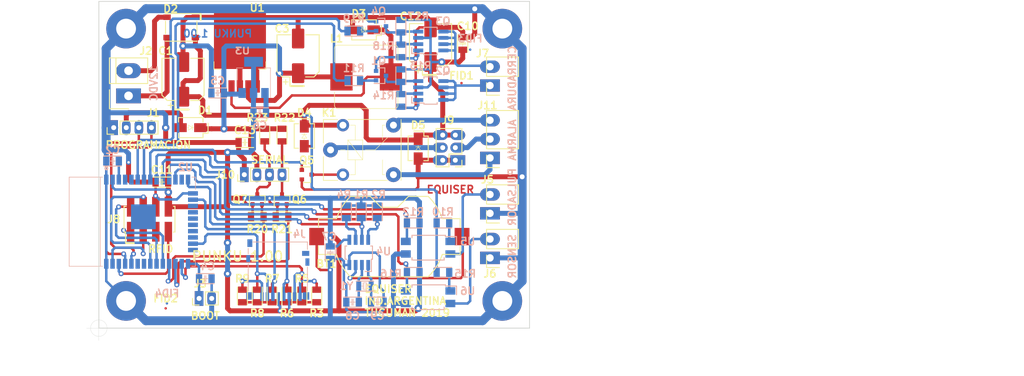
<source format=kicad_pcb>
(kicad_pcb (version 20171130) (host pcbnew "(5.1.4-0-10_14)")
  (title_block (title PUNKU) (date 2019-10-14) (rev 1.00) (company EQUISER) (comment 1 "Esteban Volentini (2019-10-14)") (comment 2 "Agustin Rey ()") (comment 3 "Martin Ribelotta"))
  (layers (0 F.Cu mixed) (31 B.Cu mixed) (34 B.Paste user) (35 F.Paste user) (36 B.SilkS user) (37 F.SilkS user) (38 B.Mask user) (39 F.Mask user) (44 Edge.Cuts user))
  (net 0 "")
  (net 1 GND)
  (net 2 +12V)
  (net 3 +5V)
  (net 4 +3V3)
  (net 5 /Procesador/SD_MISO)
  (net 6 /Procesador/SD_CLK)
  (net 7 /Procesador/SD_MOSI)
  (net 8 /Procesador/SD_CS)
  (net 9 /Perifericos/RFID_RESET)
  (net 10 /Perifericos/RFID_MISO)
  (net 11 /Perifericos/RFID_MOSI)
  (net 12 /Perifericos/RFID_CLK)
  (net 13 /Perifericos/RFID_CS)
  (net 14 /Perifericos/ALARMA)
  (net 15 /Perifericos/SCI_RXD)
  (net 16 /Perifericos/SCI_TXD)
  (net 17 /Perifericos/DIRECTA)
  (net 18 /Perifericos/PULSADOR)
  (net 19 /Perifericos/SENSOR)
  (net 20 /Perifericos/INVERSA)
  (net 21 /Procesador/I2C_SDA)
  (net 22 /Procesador/I2C_SCL)
  (net 23 "Net-(D4-Pad2)")
  (net 24 "Net-(BT1-Pad1)")
  (net 25 "Net-(C4-Pad2)")
  (net 26 "Net-(C8-Pad1)")
  (net 27 "Net-(C9-Pad1)")
  (net 28 "Net-(D1-Pad2)")
  (net 29 "Net-(D2-Pad2)")
  (net 30 "Net-(D2-Pad4)")
  (net 31 "Net-(D3-Pad1)")
  (net 32 "Net-(J1-Pad4)")
  (net 33 "Net-(J1-Pad3)")
  (net 34 "Net-(J4-Pad8)")
  (net 35 "Net-(J4-Pad1)")
  (net 36 "Net-(J5-Pad2)")
  (net 37 "Net-(J6-Pad2)")
  (net 38 "Net-(J7-Pad2)")
  (net 39 "Net-(J7-Pad1)")
  (net 40 "Net-(J11-Pad2)")
  (net 41 "Net-(J9-Pad4)")
  (net 42 "Net-(J10-Pad4)")
  (net 43 "Net-(J10-Pad3)")
  (net 44 "Net-(J11-Pad3)")
  (net 45 "Net-(J11-Pad1)")
  (net 46 "Net-(Q1-Pad3)")
  (net 47 "Net-(Q1-Pad1)")
  (net 48 "Net-(Q3-Pad2)")
  (net 49 "Net-(Q4-Pad1)")
  (net 50 "Net-(R4-Pad2)")
  (net 51 "Net-(R10-Pad2)")
  (net 52 "Net-(R15-Pad2)")
  (net 53 "Net-(C2-Pad2)")
  (module Fiducial:Fiducial_0.5mm_Mask1mm (layer B.Cu) (at 63.75 129 180)
    (fp_text reference FID4 (at 0 2) (layer B.SilkS) (effects (font (size 1.5 1.5) (thickness 0.3)) (justify mirror)))
    (fp_text value Fiducial)
    (pad "" smd circle (at 0 0 180) (size 0.5 0.5) (layers B.Cu B.Mask) (clearance 0.25))
  )
  (module Fiducial:Fiducial_0.5mm_Mask1mm (layer B.Cu) (at 125 77.75 180)
    (fp_text reference FID3 (at 0 2.25) (layer B.SilkS) (effects (font (size 1.5 1.5) (thickness 0.3)) (justify mirror)))
    (fp_text value Fiducial)
    (pad "" smd circle (at 0 0 180) (size 0.5 0.5) (layers B.Cu B.Mask) (clearance 0.25))
  )
  (module Fiducial:Fiducial_0.5mm_Mask1mm (layer F.Cu) (at 63.5 130)
    (fp_text reference FID2 (at 0 -2) (layer F.SilkS) (effects (font (size 1.5 1.5) (thickness 0.3))))
    (fp_text value Fiducial)
    (pad "" smd circle (at 0 0) (size 0.5 0.5) (layers F.Cu F.Mask) (clearance 0.25))
  )
  (module Fiducial:Fiducial_0.5mm_Mask1mm (layer F.Cu) (at 123.25 84.5)
    (fp_text reference FID1 (at 0 -1.5) (layer F.SilkS) (effects (font (size 1.5 1.5) (thickness 0.3))))
    (fp_text value Fiducial)
    (pad "" smd circle (at 0 0) (size 0.5 0.5) (layers F.Cu F.Mask) (clearance 0.25))
  )
  (module encapsulados:R_1206_0805_Dual (layer F.Cu) (at 85 127.5 90)
    (fp_text reference R7 (at 3.5 0) (layer F.SilkS) (effects (font (size 1.5 1.5) (thickness 0.3))))
    (fp_text value 10K)
    (pad 2 smd rect (at 1.27 0 90) (size 1.27 1.778) (layers F.Cu F.Paste F.Mask) (net 7 /Procesador/SD_MOSI))
    (pad 1 smd rect (at -1.27 0 90) (size 1.27 1.778) (layers F.Cu F.Paste F.Mask) (net 4 +3V3))
  )
  (module encapsulados:R_1206_0805_Dual (layer F.Cu) (at 87 111.5)
    (fp_text reference R21 (at 0 2.5) (layer F.SilkS) (effects (font (size 1.5 1.5) (thickness 0.3))))
    (fp_text value 10K)
    (pad 2 smd rect (at 1.27 0) (size 1.27 1.778) (layers F.Cu F.Paste F.Mask) (net 15 /Perifericos/SCI_RXD))
    (pad 1 smd rect (at -1.27 0) (size 1.27 1.778) (layers F.Cu F.Paste F.Mask) (net 4 +3V3))
  )
  (module encapsulados:Relay_NT78_Series_Form_C (layer F.Cu) (at 96.8 98)
    (fp_text reference K1 (at -0.3 -7.5) (layer F.SilkS) (effects (font (size 1.5 1.5) (thickness 0.3))))
    (fp_text value RELE)
    (pad 1 thru_hole circle (at 0 0 90) (size 3 3) (drill 1.4) (layers *.Cu *.Mask) (net 41 "Net-(J9-Pad4)"))
    (pad 5 thru_hole circle (at 2.5 -5 90) (size 2.5 2.5) (drill 1.4) (layers *.Cu *.Mask) (net 2 +12V))
    (pad 4 thru_hole circle (at 12.7 -5 90) (size 3 3) (drill 1.4) (layers *.Cu *.Mask) (net 44 "Net-(J11-Pad3)"))
    (pad 3 thru_hole circle (at 12.7 5 90) (size 3 3) (drill 1.4) (layers *.Cu *.Mask) (net 45 "Net-(J11-Pad1)"))
    (pad 2 thru_hole circle (at 2.5 5 90) (size 2.5 2.5) (drill 1.4) (layers *.Cu *.Mask) (net 23 "Net-(D4-Pad2)"))
  )
  (module encapsulados:MODULE_ESP32-WROOM-32D (layer B.Cu) (at 56.76 112.5 270)
    (fp_text reference U2 (at -11 -10.74 180) (layer B.SilkS) (effects (font (size 1.5 1.5) (thickness 0.3)) (justify mirror)))
    (fp_text value ESP32-WROOM-32D)
    (fp_text user ANTENNA (at 0 8.65068 90) (layer Edge.Cuts) (effects (font (thickness 0.05))))
    (pad 38 smd rect (at 8.5 5.26 90) (size 2 0.9) (layers B.Cu B.Paste B.Mask) (net 1 GND))
    (pad 37 smd rect (at 8.5 3.99 90) (size 2 0.9) (layers B.Cu B.Paste B.Mask) (net 11 /Perifericos/RFID_MOSI))
    (pad 36 smd rect (at 8.5 2.72 90) (size 2 0.9) (layers B.Cu B.Paste B.Mask) (net 9 /Perifericos/RFID_RESET))
    (pad 35 smd rect (at 8.5 1.45 90) (size 2 0.9) (layers B.Cu B.Paste B.Mask) (net 33 "Net-(J1-Pad3)"))
    (pad 34 smd rect (at 8.5 0.18 90) (size 2 0.9) (layers B.Cu B.Paste B.Mask) (net 32 "Net-(J1-Pad4)"))
    (pad 33 smd rect (at 8.5 -1.09 90) (size 2 0.9) (layers B.Cu B.Paste B.Mask))
    (pad 32 smd rect (at 8.5 -2.36 90) (size 2 0.9) (layers B.Cu B.Paste B.Mask))
    (pad 31 smd rect (at 8.5 -3.63 90) (size 2 0.9) (layers B.Cu B.Paste B.Mask) (net 10 /Perifericos/RFID_MISO))
    (pad 30 smd rect (at 8.5 -4.9 90) (size 2 0.9) (layers B.Cu B.Paste B.Mask) (net 12 /Perifericos/RFID_CLK))
    (pad 29 smd rect (at 8.5 -6.17 90) (size 2 0.9) (layers B.Cu B.Paste B.Mask) (net 13 /Perifericos/RFID_CS))
    (pad 28 smd rect (at 8.5 -7.44 90) (size 2 0.9) (layers B.Cu B.Paste B.Mask) (net 16 /Perifericos/SCI_TXD))
    (pad 27 smd rect (at 8.5 -8.71 90) (size 2 0.9) (layers B.Cu B.Paste B.Mask) (net 15 /Perifericos/SCI_RXD))
    (pad 26 smd rect (at 8.5 -9.98 90) (size 2 0.9) (layers B.Cu B.Paste B.Mask) (net 5 /Procesador/SD_MISO))
    (pad 25 smd rect (at 8.5 -11.25 90) (size 2 0.9) (layers B.Cu B.Paste B.Mask) (net 25 "Net-(C4-Pad2)"))
    (pad 24 smd rect (at 5.715 -12.25 180) (size 2 0.9) (layers B.Cu B.Paste B.Mask))
    (pad 23 smd rect (at 4.445 -12.25 180) (size 2 0.9) (layers B.Cu B.Paste B.Mask) (net 8 /Procesador/SD_CS))
    (pad 22 smd rect (at 3.175 -12.25 180) (size 2 0.9) (layers B.Cu B.Paste B.Mask))
    (pad 21 smd rect (at 1.905 -12.25 180) (size 2 0.9) (layers B.Cu B.Paste B.Mask))
    (pad 20 smd rect (at 0.635 -12.25 180) (size 2 0.9) (layers B.Cu B.Paste B.Mask))
    (pad 19 smd rect (at -0.635 -12.25 180) (size 2 0.9) (layers B.Cu B.Paste B.Mask))
    (pad 18 smd rect (at -1.905 -12.25 180) (size 2 0.9) (layers B.Cu B.Paste B.Mask))
    (pad 17 smd rect (at -3.175 -12.25 180) (size 2 0.9) (layers B.Cu B.Paste B.Mask))
    (pad 16 smd rect (at -4.445 -12.25 180) (size 2 0.9) (layers B.Cu B.Paste B.Mask) (net 7 /Procesador/SD_MOSI))
    (pad 15 smd rect (at -5.715 -12.25 180) (size 2 0.9) (layers B.Cu B.Paste B.Mask) (net 1 GND))
    (pad 14 smd rect (at -8.5 -11.25 270) (size 2 0.9) (layers B.Cu B.Paste B.Mask) (net 6 /Procesador/SD_CLK))
    (pad 13 smd rect (at -8.5 -9.98 270) (size 2 0.9) (layers B.Cu B.Paste B.Mask))
    (pad 12 smd rect (at -8.5 -8.71 270) (size 2 0.9) (layers B.Cu B.Paste B.Mask) (net 22 /Procesador/I2C_SCL))
    (pad 11 smd rect (at -8.5 -7.44 270) (size 2 0.9) (layers B.Cu B.Paste B.Mask) (net 21 /Procesador/I2C_SDA))
    (pad 10 smd rect (at -8.5 -6.17 270) (size 2 0.9) (layers B.Cu B.Paste B.Mask) (net 19 /Perifericos/SENSOR))
    (pad 9 smd rect (at -8.5 -4.9 270) (size 2 0.9) (layers B.Cu B.Paste B.Mask) (net 18 /Perifericos/PULSADOR))
    (pad 8 smd rect (at -8.5 -3.63 270) (size 2 0.9) (layers B.Cu B.Paste B.Mask) (net 14 /Perifericos/ALARMA))
    (pad 7 smd rect (at -8.5 -2.36 270) (size 2 0.9) (layers B.Cu B.Paste B.Mask) (net 17 /Perifericos/DIRECTA))
    (pad 6 smd rect (at -8.5 -1.09 270) (size 2 0.9) (layers B.Cu B.Paste B.Mask) (net 20 /Perifericos/INVERSA))
    (pad 5 smd rect (at -8.5 0.18 270) (size 2 0.9) (layers B.Cu B.Paste B.Mask))
    (pad 4 smd rect (at -8.5 1.45 270) (size 2 0.9) (layers B.Cu B.Paste B.Mask))
    (pad 3 smd rect (at -8.5 2.72 270) (size 2 0.9) (layers B.Cu B.Paste B.Mask) (net 53 "Net-(C2-Pad2)"))
    (pad 2 smd rect (at -8.5 3.99 270) (size 2 0.9) (layers B.Cu B.Paste B.Mask) (net 4 +3V3))
    (pad 1 smd rect (at -8.5 5.26 270) (size 2 0.9) (layers B.Cu B.Paste B.Mask) (net 1 GND))
    (pad 39 smd rect (at -1 -2.24 270) (size 5 5) (layers B.Cu B.Paste B.Mask) (net 1 GND))
  )
  (module encapsulados:C_1206_0805_Dual (layer F.Cu) (at 79.5 96.5 180)
    (fp_text reference C13 (at 0 2.5 180) (layer F.SilkS) (effects (font (size 1.5 1.5) (thickness 0.3))))
    (fp_text value 100nF)
    (pad 2 smd rect (at 1.27 0 180) (size 1.27 1.778) (layers F.Cu F.Paste F.Mask) (net 1 GND))
    (pad 1 smd rect (at -1.27 0 180) (size 1.27 1.778) (layers F.Cu F.Paste F.Mask) (net 3 +5V))
  )
  (module encapsulados:BatteryHolder_Keystone_1058_1x2032 (layer F.Cu) (at 108.68 115.5 180)
    (fp_text reference BT1 (at 12.68 -5.5) (layer F.SilkS) (effects (font (size 1.5 1.5) (thickness 0.3))))
    (fp_text value CR2032)
    (pad 1 smd rect (at -14.68 0 180) (size 3 3.5) (layers F.Cu F.Paste F.Mask) (net 24 "Net-(BT1-Pad1)"))
    (pad 2 smd rect (at 14.68 0 180) (size 3 3.5) (layers F.Cu F.Paste F.Mask) (net 1 GND))
  )
  (module encapsulados:Pin_Header_Straight_1x02_Pitch2.54mm (layer F.Cu) (at 70.25 128 180)
    (fp_text reference J3 (at -0.25 3) (layer F.SilkS) (effects (font (size 1.5 1.5) (thickness 0.3))))
    (fp_text value BOOT (at -1.25 -3.5 180) (layer F.SilkS) (effects (font (size 1.5 1.5) (thickness 0.3))))
    (pad 2 thru_hole oval (at -2.54 0 90) (size 3 1.75) (drill 1) (layers *.Cu *.Mask) (net 1 GND))
    (pad 1 thru_hole rect (at 0 0 90) (size 3 1.75) (drill 1) (layers *.Cu *.Mask) (net 25 "Net-(C4-Pad2)"))
  )
  (module encapsulados:DO-214AA (layer F.Cu) (at 114.5 97.75 270)
    (fp_text reference D5 (at -4.75 0 180) (layer F.SilkS) (effects (font (size 1.5 1.5) (thickness 0.3))))
    (fp_text value SK210TR)
    (pad 2 smd rect (at 2 0 270) (size 2.5 1.8) (layers F.Cu F.Paste F.Mask) (net 1 GND))
    (pad 1 smd rect (at -2 0 270) (size 2.5 1.8) (layers F.Cu F.Paste F.Mask) (net 2 +12V))
  )
  (module encapsulados:SOT-23 (layer B.Cu) (at 107 73)
    (fp_text reference Q4 (at -0.5 -3) (layer B.SilkS) (effects (font (size 1.5 1.5) (thickness 0.3)) (justify mirror)))
    (fp_text value BC817)
    (pad 3 smd rect (at 1 0) (size 0.9 0.8) (layers B.Cu B.Paste B.Mask) (net 48 "Net-(Q3-Pad2)"))
    (pad 2 smd rect (at -1 -0.95) (size 0.9 0.8) (layers B.Cu B.Paste B.Mask) (net 1 GND))
    (pad 1 smd rect (at -1 0.95) (size 0.9 0.8) (layers B.Cu B.Paste B.Mask) (net 49 "Net-(Q4-Pad1)"))
  )
  (module encapsulados:R_1206_0805_Dual (layer B.Cu) (at 100 110.5 270)
    (fp_text reference R4 (at -3.5 0.5) (layer B.SilkS) (effects (font (size 1.5 1.5) (thickness 0.3)) (justify mirror)))
    (fp_text value 10K)
    (pad 2 smd rect (at 1.27 0 270) (size 1.27 1.778) (layers B.Cu B.Paste B.Mask) (net 50 "Net-(R4-Pad2)"))
    (pad 1 smd rect (at -1.27 0 270) (size 1.27 1.778) (layers B.Cu B.Paste B.Mask) (net 4 +3V3))
  )
  (module encapsulados:CRISTAL_EPSON_3,2mm_1,5mm (layer B.Cu) (at 103.75 125.5 180)
    (fp_text reference Y1 (at 3.75 0) (layer B.SilkS) (effects (font (size 1.5 1.5) (thickness 0.3)) (justify mirror)))
    (fp_text value 32,768KHz)
    (pad 2 smd rect (at 1.25 0 180) (size 1 1.8) (layers B.Cu B.Paste B.Mask) (net 26 "Net-(C8-Pad1)"))
    (pad 1 smd rect (at -1.25 0 180) (size 1 1.8) (layers B.Cu B.Paste B.Mask) (net 27 "Net-(C9-Pad1)"))
  )
  (module encapsulados:SOIC-8 (layer B.Cu) (at 102.5 118.75 90)
    (fp_text reference U4 (at 0.25 5) (layer B.SilkS) (effects (font (size 1.5 1.5) (thickness 0.3)) (justify mirror)))
    (fp_text value MCP7940N)
    (pad 8 smd rect (at 2.5908 -1.905 90) (size 2.032 0.762) (layers B.Cu B.Paste B.Mask) (net 4 +3V3))
    (pad 7 smd rect (at 2.5908 -0.635 90) (size 2.032 0.762) (layers B.Cu B.Paste B.Mask) (net 50 "Net-(R4-Pad2)"))
    (pad 6 smd rect (at 2.5908 0.635 90) (size 2.032 0.762) (layers B.Cu B.Paste B.Mask) (net 22 /Procesador/I2C_SCL))
    (pad 5 smd rect (at 2.5908 1.905 90) (size 2.032 0.762) (layers B.Cu B.Paste B.Mask) (net 21 /Procesador/I2C_SDA))
    (pad 4 smd rect (at -2.4892 -1.905 90) (size 2.032 0.762) (layers B.Cu B.Paste B.Mask) (net 1 GND))
    (pad 3 smd rect (at -2.4892 -0.635 90) (size 2.032 0.762) (layers B.Cu B.Paste B.Mask) (net 24 "Net-(BT1-Pad1)"))
    (pad 2 smd rect (at -2.4892 0.635 90) (size 2.032 0.762) (layers B.Cu B.Paste B.Mask) (net 26 "Net-(C8-Pad1)"))
    (pad 1 smd rect (at -2.4892 1.905 90) (size 2.032 0.762) (layers B.Cu B.Paste B.Mask) (net 27 "Net-(C9-Pad1)"))
  )
  (module encapsulados:R_1206_0805_Dual (layer B.Cu) (at 106.25 110.5 270)
    (fp_text reference R2 (at -3.5 -0.25) (layer B.SilkS) (effects (font (size 1.5 1.5) (thickness 0.3)) (justify mirror)))
    (fp_text value 2K2)
    (pad 2 smd rect (at 1.27 0 270) (size 1.27 1.778) (layers B.Cu B.Paste B.Mask) (net 21 /Procesador/I2C_SDA))
    (pad 1 smd rect (at -1.27 0 270) (size 1.27 1.778) (layers B.Cu B.Paste B.Mask) (net 4 +3V3))
  )
  (module encapsulados:R_1206_0805_Dual (layer B.Cu) (at 103 110.5 270)
    (fp_text reference R1 (at -3.5 0) (layer B.SilkS) (effects (font (size 1.5 1.5) (thickness 0.3)) (justify mirror)))
    (fp_text value 2K2)
    (pad 2 smd rect (at 1.27 0 270) (size 1.27 1.778) (layers B.Cu B.Paste B.Mask) (net 22 /Procesador/I2C_SCL))
    (pad 1 smd rect (at -1.27 0 270) (size 1.27 1.778) (layers B.Cu B.Paste B.Mask) (net 4 +3V3))
  )
  (module encapsulados:C_1206_0805_Dual (layer B.Cu) (at 96.75 118.75 270)
    (fp_text reference C7 (at -3.25 0.25) (layer B.SilkS) (effects (font (size 1.5 1.5) (thickness 0.3)) (justify mirror)))
    (fp_text value 100nF)
    (pad 2 smd rect (at 1.27 0 270) (size 1.27 1.778) (layers B.Cu B.Paste B.Mask) (net 1 GND))
    (pad 1 smd rect (at -1.27 0 270) (size 1.27 1.778) (layers B.Cu B.Paste B.Mask) (net 4 +3V3))
  )
  (module encapsulados:C_1206_0805_Dual (layer B.Cu) (at 101.25 128.75 180)
    (fp_text reference C8 (at 0 -2.75) (layer B.SilkS) (effects (font (size 1.5 1.5) (thickness 0.3)) (justify mirror)))
    (fp_text value 10pF)
    (pad 2 smd rect (at 1.27 0 180) (size 1.27 1.778) (layers B.Cu B.Paste B.Mask) (net 1 GND))
    (pad 1 smd rect (at -1.27 0 180) (size 1.27 1.778) (layers B.Cu B.Paste B.Mask) (net 26 "Net-(C8-Pad1)"))
  )
  (module encapsulados:C_1206_0805_Dual (layer B.Cu) (at 106.25 128.75)
    (fp_text reference C9 (at 0 2.75) (layer B.SilkS) (effects (font (size 1.5 1.5) (thickness 0.3)) (justify mirror)))
    (fp_text value 10pF)
    (pad 2 smd rect (at 1.27 0) (size 1.27 1.778) (layers B.Cu B.Paste B.Mask) (net 1 GND))
    (pad 1 smd rect (at -1.27 0) (size 1.27 1.778) (layers B.Cu B.Paste B.Mask) (net 27 "Net-(C9-Pad1)"))
  )
  (module encapsulados:CP_Elec_8x10 (layer F.Cu) (at 117 76.75 90)
    (fp_text reference C12 (at 5.75 -4 180) (layer F.SilkS) (effects (font (size 1.5 1.5) (thickness 0.3))))
    (fp_text value 470uF)
    (pad 1 smd roundrect (at -3.5 0 90) (size 4 2.5) (layers F.Cu F.Paste F.Mask) (roundrect_rratio 0.1) (net 2 +12V))
    (pad 2 smd roundrect (at 3.5 0 90) (size 4 2.5) (layers F.Cu F.Paste F.Mask) (roundrect_rratio 0.1) (net 1 GND))
  )
  (module encapsulados:BOURNS_INDUCTOR_SRR1260 (layer F.Cu) (at 104 83.25 180)
    (fp_text reference L1 (at 6 7.75) (layer F.SilkS) (effects (font (size 1.5 1.5) (thickness 0.3))))
    (fp_text value 220uH)
    (pad 1 smd rect (at -5 0 180) (size 4.5 5.5) (layers F.Cu F.Paste F.Mask) (net 31 "Net-(D3-Pad1)"))
    (pad 2 smd rect (at 5 0 180) (size 4.5 5.5) (layers F.Cu F.Paste F.Mask) (net 3 +5V))
  )
  (module encapsulados:PinHeader_2x04_P2.54mm_Vertical_SMD (layer F.Cu) (at 60.23 112 90)
    (fp_text reference J8 (at 0 -7.23 180) (layer F.SilkS) (effects (font (size 1.5 1.5) (thickness 0.3))))
    (fp_text value RFID (at -6 2.27 180) (layer F.SilkS) (effects (font (size 1.5 1.5) (thickness 0.3))))
    (pad 1 smd rect (at -2.525 -3.81 90) (size 4 1.5) (layers F.Cu F.Paste F.Mask) (net 13 /Perifericos/RFID_CS))
    (pad 2 smd rect (at 2.525 -3.81 90) (size 4 1.5) (layers F.Cu F.Paste F.Mask) (net 12 /Perifericos/RFID_CLK))
    (pad 3 smd rect (at -2.525 -1.27 90) (size 4 1.5) (layers F.Cu F.Paste F.Mask) (net 11 /Perifericos/RFID_MOSI))
    (pad 4 smd rect (at 2.525 -1.27 90) (size 4 1.5) (layers F.Cu F.Paste F.Mask) (net 10 /Perifericos/RFID_MISO))
    (pad 5 smd rect (at -2.525 1.27 90) (size 4 1.5) (layers F.Cu F.Paste F.Mask))
    (pad 6 smd rect (at 2.525 1.27 90) (size 4 1.5) (layers F.Cu F.Paste F.Mask) (net 1 GND))
    (pad 7 smd rect (at -2.525 3.81 90) (size 4 1.5) (layers F.Cu F.Paste F.Mask) (net 9 /Perifericos/RFID_RESET))
    (pad 8 smd rect (at 2.525 3.81 90) (size 4 1.5) (layers F.Cu F.Paste F.Mask) (net 4 +3V3))
  )
  (module encapsulados:CP_Elec_8x10 (layer F.Cu) (at 90.25 79 90)
    (fp_text reference C3 (at 5.5 -3.25 180) (layer F.SilkS) (effects (font (size 1.5 1.5) (thickness 0.3))))
    (fp_text value 470uF)
    (pad 1 smd roundrect (at -3.5 0 90) (size 4 2.5) (layers F.Cu F.Paste F.Mask) (roundrect_rratio 0.1) (net 3 +5V))
    (pad 2 smd roundrect (at 3.5 0 90) (size 4 2.5) (layers F.Cu F.Paste F.Mask) (roundrect_rratio 0.1) (net 1 GND))
  )
  (module encapsulados:CP_Elec_8x10 (layer F.Cu) (at 67 83.75 90)
    (fp_text reference C1 (at 5.75 -3.5 180) (layer F.SilkS) (effects (font (size 1.5 1.5) (thickness 0.3))))
    (fp_text value 470uF)
    (pad 1 smd roundrect (at -3.5 0 90) (size 4 2.5) (layers F.Cu F.Paste F.Mask) (roundrect_rratio 0.1) (net 2 +12V))
    (pad 2 smd roundrect (at 3.5 0 90) (size 4 2.5) (layers F.Cu F.Paste F.Mask) (roundrect_rratio 0.1) (net 1 GND))
  )
  (module encapsulados:R_1206_0805_Dual (layer F.Cu) (at 79 127.5 90)
    (fp_text reference R9 (at 3.5 0) (layer F.SilkS) (effects (font (size 1.5 1.5) (thickness 0.3))))
    (fp_text value 10K)
    (pad 2 smd rect (at 1.27 0 90) (size 1.27 1.778) (layers F.Cu F.Paste F.Mask) (net 35 "Net-(J4-Pad1)"))
    (pad 1 smd rect (at -1.27 0 90) (size 1.27 1.778) (layers F.Cu F.Paste F.Mask) (net 4 +3V3))
  )
  (module encapsulados:R_1206_0805_Dual (layer F.Cu) (at 82 127.5 90)
    (fp_text reference R8 (at -3.5 0) (layer F.SilkS) (effects (font (size 1.5 1.5) (thickness 0.3))))
    (fp_text value 10K)
    (pad 2 smd rect (at 1.27 0 90) (size 1.27 1.778) (layers F.Cu F.Paste F.Mask) (net 8 /Procesador/SD_CS))
    (pad 1 smd rect (at -1.27 0 90) (size 1.27 1.778) (layers F.Cu F.Paste F.Mask) (net 4 +3V3))
  )
  (module encapsulados:R_1206_0805_Dual (layer F.Cu) (at 88 127.5 90)
    (fp_text reference R6 (at -3.5 0) (layer F.SilkS) (effects (font (size 1.5 1.5) (thickness 0.3))))
    (fp_text value 10K)
    (pad 2 smd rect (at 1.27 0 90) (size 1.27 1.778) (layers F.Cu F.Paste F.Mask) (net 6 /Procesador/SD_CLK))
    (pad 1 smd rect (at -1.27 0 90) (size 1.27 1.778) (layers F.Cu F.Paste F.Mask) (net 4 +3V3))
  )
  (module encapsulados:R_1206_0805_Dual (layer F.Cu) (at 91 127.5 90)
    (fp_text reference R5 (at 3.5 0) (layer F.SilkS) (effects (font (size 1.5 1.5) (thickness 0.3))))
    (fp_text value 10K)
    (pad 2 smd rect (at 1.27 0 90) (size 1.27 1.778) (layers F.Cu F.Paste F.Mask) (net 5 /Procesador/SD_MISO))
    (pad 1 smd rect (at -1.27 0 90) (size 1.27 1.778) (layers F.Cu F.Paste F.Mask) (net 4 +3V3))
  )
  (module encapsulados:R_1206_0805_Dual (layer F.Cu) (at 94 127.5 90)
    (fp_text reference R3 (at -3.5 0) (layer F.SilkS) (effects (font (size 1.5 1.5) (thickness 0.3))))
    (fp_text value 10K)
    (pad 2 smd rect (at 1.27 0 90) (size 1.27 1.778) (layers F.Cu F.Paste F.Mask) (net 34 "Net-(J4-Pad8)"))
    (pad 1 smd rect (at -1.27 0 90) (size 1.27 1.778) (layers F.Cu F.Paste F.Mask) (net 4 +3V3))
  )
  (module MountingHole:MountingHole_4mm_Pad (layer F.Cu) (at 131.5 128.5)
    (fp_text reference H4 hide)
    (fp_text value MountingHole_Pad hide)
    (pad 1 thru_hole circle (at 0 0) (size 8 8) (drill 4) (layers *.Cu *.Mask) (net 1 GND))
  )
  (module MountingHole:MountingHole_4mm_Pad (layer F.Cu) (at 131.5 73.5)
    (fp_text reference H3 hide)
    (fp_text value MountingHole_Pad hide)
    (pad 1 thru_hole circle (at 0 0) (size 8 8) (drill 4) (layers *.Cu *.Mask) (net 1 GND))
  )
  (module MountingHole:MountingHole_4mm_Pad (layer F.Cu) (at 55.5 73.5)
    (fp_text reference H2 hide)
    (fp_text value MountingHole_Pad hide)
    (pad 1 thru_hole circle (at 0 0) (size 8 8) (drill 4) (layers *.Cu *.Mask) (net 1 GND))
  )
  (module MountingHole:MountingHole_4mm_Pad (layer F.Cu) (at 55.5 128.5)
    (fp_text reference H1 hide)
    (fp_text value MountingHole_Pad hide)
    (pad 1 thru_hole circle (at 0 0) (size 8 8) (drill 4) (layers *.Cu *.Mask) (net 1 GND))
  )
  (module encapsulados:BOURNS-0.23x0.20 (layer F.Cu) (at 66.64 73.25 270)
    (fp_text reference D2 (at -3.75 2.14 180) (layer F.SilkS) (effects (font (size 1.5 1.5) (thickness 0.3))))
    (fp_text value CD-MBL206SL)
    (pad 1 smd rect (at -2.05 -2.86 270) (size 1.1 1.5) (layers F.Cu F.Paste F.Mask) (net 1 GND))
    (pad 2 smd rect (at -2.05 2.86 270) (size 1.1 1.5) (layers F.Cu F.Paste F.Mask) (net 29 "Net-(D2-Pad2)"))
    (pad 3 smd rect (at 2.05 -2.86 270) (size 1.1 1.5) (layers F.Cu F.Paste F.Mask) (net 2 +12V))
    (pad 4 smd rect (at 2.05 2.86 270) (size 1.1 1.5) (layers F.Cu F.Paste F.Mask) (net 30 "Net-(D2-Pad4)"))
  )
  (module encapsulados:DO-214AA (layer F.Cu) (at 68.5 93.5 180)
    (fp_text reference D1 (at -3 3.5) (layer F.SilkS) (effects (font (size 1.5 1.5) (thickness 0.3))))
    (fp_text value SK210TR)
    (pad 2 smd rect (at 2 0 180) (size 2.5 1.8) (layers F.Cu F.Paste F.Mask) (net 28 "Net-(D1-Pad2)"))
    (pad 1 smd rect (at -2 0 180) (size 2.5 1.8) (layers F.Cu F.Paste F.Mask) (net 3 +5V))
  )
  (module encapsulados:DIL-8-SMD (layer B.Cu) (at 116.5 127.75 180)
    (fp_text reference U6 (at -8 1.25) (layer B.SilkS) (effects (font (size 1.5 1.5) (thickness 0.3)) (justify mirror)))
    (fp_text value LTV-816S)
    (pad 4 smd rect (at 4.5 1.27 180) (size 2 1.5) (layers B.Cu B.Paste B.Mask) (net 19 /Perifericos/SENSOR))
    (pad 3 smd rect (at 4.5 -1.27 180) (size 2 1.5) (layers B.Cu B.Paste B.Mask) (net 1 GND))
    (pad 2 smd rect (at -4.5 -1.27 180) (size 2 1.5) (layers B.Cu B.Paste B.Mask) (net 37 "Net-(J6-Pad2)"))
    (pad 1 smd rect (at -4.5 1.27 180) (size 2 1.5) (layers B.Cu B.Paste B.Mask) (net 52 "Net-(R15-Pad2)"))
  )
  (module encapsulados:DIL-8-SMD (layer B.Cu) (at 116.5 117.75 180)
    (fp_text reference U5 (at -8 1.25) (layer B.SilkS) (effects (font (size 1.5 1.5) (thickness 0.3)) (justify mirror)))
    (fp_text value LTV-816S)
    (pad 4 smd rect (at 4.5 1.27 180) (size 2 1.5) (layers B.Cu B.Paste B.Mask) (net 18 /Perifericos/PULSADOR))
    (pad 3 smd rect (at 4.5 -1.27 180) (size 2 1.5) (layers B.Cu B.Paste B.Mask) (net 1 GND))
    (pad 2 smd rect (at -4.5 -1.27 180) (size 2 1.5) (layers B.Cu B.Paste B.Mask) (net 36 "Net-(J5-Pad2)"))
    (pad 1 smd rect (at -4.5 1.27 180) (size 2 1.5) (layers B.Cu B.Paste B.Mask) (net 51 "Net-(R10-Pad2)"))
  )
  (module Package_TO_SOT_SMD:SOT-223-3_TabPin2 (layer B.Cu) (at 81.25 83.35 90)
    (fp_text reference U3 (at 5.35 -2.25) (layer B.SilkS) (effects (font (size 1.3 1.5) (thickness 0.3)) (justify mirror)))
    (fp_text value LD1117S33)
    (pad 1 smd rect (at -3.15 2.3 90) (size 2 1.5) (layers B.Cu B.Paste B.Mask) (net 1 GND))
    (pad 3 smd rect (at -3.15 -2.3 90) (size 2 1.5) (layers B.Cu B.Paste B.Mask) (net 3 +5V))
    (pad 2 smd rect (at -3.15 0 90) (size 2 1.5) (layers B.Cu B.Paste B.Mask) (net 4 +3V3))
    (pad 2 smd rect (at 3.15 0 90) (size 2 3.8) (layers B.Cu B.Paste B.Mask) (net 4 +3V3))
  )
  (module encapsulados:D2PAK_TO-263_5Patas (layer F.Cu) (at 78.5 78.68)
    (fp_text reference U1 (at 3.5 -9.398 180) (layer F.SilkS) (effects (font (size 1.5 1.5) (thickness 0.3))))
    (fp_text value LM2575S5)
    (pad 1 smd rect (at -3.4 6.5) (size 1.25 2.5) (layers F.Cu F.Paste F.Mask) (net 2 +12V))
    (pad 3 smd rect (at 0 6.5) (size 1.25 2.5) (layers F.Cu F.Paste F.Mask) (net 1 GND))
    (pad 3 smd rect (at 0 -2.68) (size 10.5 11.3) (layers F.Cu F.Paste F.Mask) (net 1 GND))
    (pad 2 smd rect (at -1.7 6.5) (size 1.25 2.5) (layers F.Cu F.Paste F.Mask) (net 31 "Net-(D3-Pad1)"))
    (pad 4 smd rect (at 1.7 6.5) (size 1.25 2.5) (layers F.Cu F.Paste F.Mask) (net 3 +5V))
    (pad 5 smd rect (at 3.4 6.5) (size 1.25 2.5) (layers F.Cu F.Paste F.Mask) (net 1 GND))
  )
  (module encapsulados:R_1206_0805_Dual (layer F.Cu) (at 83.5 95 270)
    (fp_text reference R23 (at -3.5 1.5 180) (layer F.SilkS) (effects (font (size 1.5 1.5) (thickness 0.3))))
    (fp_text value 10K)
    (pad 2 smd rect (at 1.27 0 270) (size 1.27 1.778) (layers F.Cu F.Paste F.Mask) (net 43 "Net-(J10-Pad3)"))
    (pad 1 smd rect (at -1.27 0 270) (size 1.27 1.778) (layers F.Cu F.Paste F.Mask) (net 3 +5V))
  )
  (module encapsulados:R_1206_0805_Dual (layer F.Cu) (at 87 95 270)
    (fp_text reference R22 (at -3.5 -0.5 180) (layer F.SilkS) (effects (font (size 1.5 1.5) (thickness 0.3))))
    (fp_text value 10K)
    (pad 2 smd rect (at 1.27 0 270) (size 1.27 1.778) (layers F.Cu F.Paste F.Mask) (net 42 "Net-(J10-Pad4)"))
    (pad 1 smd rect (at -1.27 0 270) (size 1.27 1.778) (layers F.Cu F.Paste F.Mask) (net 3 +5V))
  )
  (module encapsulados:R_1206_0805_Dual (layer F.Cu) (at 82 111.5)
    (fp_text reference R20 (at 0 2.5) (layer F.SilkS) (effects (font (size 1.5 1.5) (thickness 0.3))))
    (fp_text value 10K)
    (pad 2 smd rect (at 1.27 0) (size 1.27 1.778) (layers F.Cu F.Paste F.Mask) (net 16 /Perifericos/SCI_TXD))
    (pad 1 smd rect (at -1.27 0) (size 1.27 1.778) (layers F.Cu F.Paste F.Mask) (net 4 +3V3))
  )
  (module encapsulados:R_1206_0805_Dual (layer B.Cu) (at 101.5 74)
    (fp_text reference R19 (at 0 -2.5) (layer B.SilkS) (effects (font (size 1.5 1.5) (thickness 0.3)) (justify mirror)))
    (fp_text value 10K)
    (pad 2 smd rect (at 1.27 0) (size 1.27 1.778) (layers B.Cu B.Paste B.Mask) (net 49 "Net-(Q4-Pad1)"))
    (pad 1 smd rect (at -1.27 0) (size 1.27 1.778) (layers B.Cu B.Paste B.Mask) (net 20 /Perifericos/INVERSA))
  )
  (module encapsulados:R_1206_0805_Dual (layer B.Cu) (at 113.5 122.75 180)
    (fp_text reference R16 (at 4.5 -0.25) (layer B.SilkS) (effects (font (size 1.5 1.5) (thickness 0.3)) (justify mirror)))
    (fp_text value 10K)
    (pad 2 smd rect (at 1.27 0 180) (size 1.27 1.778) (layers B.Cu B.Paste B.Mask) (net 19 /Perifericos/SENSOR))
    (pad 1 smd rect (at -1.27 0 180) (size 1.27 1.778) (layers B.Cu B.Paste B.Mask) (net 4 +3V3))
  )
  (module encapsulados:R_1206_0805_Dual (layer B.Cu) (at 111 78 270)
    (fp_text reference R18 (at -1 3.5 180) (layer B.SilkS) (effects (font (size 1.5 1.5) (thickness 0.3)) (justify mirror)))
    (fp_text value 10K)
    (pad 2 smd rect (at 1.27 0 270) (size 1.27 1.778) (layers B.Cu B.Paste B.Mask) (net 1 GND))
    (pad 1 smd rect (at -1.27 0 270) (size 1.27 1.778) (layers B.Cu B.Paste B.Mask) (net 48 "Net-(Q3-Pad2)"))
  )
  (module encapsulados:R_1206_0805_Dual (layer B.Cu) (at 111 73 270)
    (fp_text reference R17 (at -2 -3.5 180) (layer B.SilkS) (effects (font (size 1.5 1.5) (thickness 0.3)) (justify mirror)))
    (fp_text value 1K)
    (pad 2 smd rect (at 1.27 0 270) (size 1.27 1.778) (layers B.Cu B.Paste B.Mask) (net 48 "Net-(Q3-Pad2)"))
    (pad 1 smd rect (at -1.27 0 270) (size 1.27 1.778) (layers B.Cu B.Paste B.Mask) (net 2 +12V))
  )
  (module encapsulados:R_1206_0805_Dual (layer B.Cu) (at 119.5 122.75)
    (fp_text reference R15 (at 4.5 0.25) (layer B.SilkS) (effects (font (size 1.5 1.5) (thickness 0.3)) (justify mirror)))
    (fp_text value 2K2)
    (pad 2 smd rect (at 1.27 0) (size 1.27 1.778) (layers B.Cu B.Paste B.Mask) (net 52 "Net-(R15-Pad2)"))
    (pad 1 smd rect (at -1.27 0) (size 1.27 1.778) (layers B.Cu B.Paste B.Mask) (net 2 +12V))
  )
  (module encapsulados:R_1206_0805_Dual (layer B.Cu) (at 113.5 112.75 180)
    (fp_text reference R12 (at 0 2.25) (layer B.SilkS) (effects (font (size 1.5 1.5) (thickness 0.3)) (justify mirror)))
    (fp_text value 10K)
    (pad 2 smd rect (at 1.27 0 180) (size 1.27 1.778) (layers B.Cu B.Paste B.Mask) (net 18 /Perifericos/PULSADOR))
    (pad 1 smd rect (at -1.27 0 180) (size 1.27 1.778) (layers B.Cu B.Paste B.Mask) (net 4 +3V3))
  )
  (module encapsulados:R_1206_0805_Dual (layer B.Cu) (at 111 88 270)
    (fp_text reference R14 (at -1 3.5) (layer B.SilkS) (effects (font (size 1.5 1.5) (thickness 0.3)) (justify mirror)))
    (fp_text value 10K)
    (pad 2 smd rect (at 1.27 0 270) (size 1.27 1.778) (layers B.Cu B.Paste B.Mask) (net 1 GND))
    (pad 1 smd rect (at -1.27 0 270) (size 1.27 1.778) (layers B.Cu B.Paste B.Mask) (net 46 "Net-(Q1-Pad3)"))
  )
  (module encapsulados:R_1206_0805_Dual (layer B.Cu) (at 111 83 270)
    (fp_text reference R13 (at -2 -4) (layer B.SilkS) (effects (font (size 1.5 1.5) (thickness 0.3)) (justify mirror)))
    (fp_text value 1K)
    (pad 2 smd rect (at 1.27 0 270) (size 1.27 1.778) (layers B.Cu B.Paste B.Mask) (net 46 "Net-(Q1-Pad3)"))
    (pad 1 smd rect (at -1.27 0 270) (size 1.27 1.778) (layers B.Cu B.Paste B.Mask) (net 2 +12V))
  )
  (module encapsulados:R_1206_0805_Dual (layer B.Cu) (at 119.5 112.75)
    (fp_text reference R10 (at 0 -2.25) (layer B.SilkS) (effects (font (size 1.5 1.5) (thickness 0.3)) (justify mirror)))
    (fp_text value 2K2)
    (pad 2 smd rect (at 1.27 0) (size 1.27 1.778) (layers B.Cu B.Paste B.Mask) (net 51 "Net-(R10-Pad2)"))
    (pad 1 smd rect (at -1.27 0) (size 1.27 1.778) (layers B.Cu B.Paste B.Mask) (net 2 +12V))
  )
  (module encapsulados:R_1206_0805_Dual (layer B.Cu) (at 101.5 84 180)
    (fp_text reference R11 (at 0 2.5) (layer B.SilkS) (effects (font (size 1.5 1.5) (thickness 0.3)) (justify mirror)))
    (fp_text value 10K)
    (pad 2 smd rect (at 1.27 0 180) (size 1.27 1.778) (layers B.Cu B.Paste B.Mask) (net 17 /Perifericos/DIRECTA))
    (pad 1 smd rect (at -1.27 0 180) (size 1.27 1.778) (layers B.Cu B.Paste B.Mask) (net 47 "Net-(Q1-Pad1)"))
  )
  (module encapsulados:SOT-23 (layer F.Cu) (at 82 108 90)
    (fp_text reference Q7 (at 0 -3.5 180) (layer F.SilkS) (effects (font (size 1.5 1.5) (thickness 0.3))))
    (fp_text value 2N7002P)
    (pad 3 smd rect (at 1 0 90) (size 0.9 0.8) (layers F.Cu F.Paste F.Mask) (net 43 "Net-(J10-Pad3)"))
    (pad 2 smd rect (at -1 0.95 90) (size 0.9 0.8) (layers F.Cu F.Paste F.Mask) (net 16 /Perifericos/SCI_TXD))
    (pad 1 smd rect (at -1 -0.95 90) (size 0.9 0.8) (layers F.Cu F.Paste F.Mask) (net 4 +3V3))
  )
  (module encapsulados:SOT-23 (layer F.Cu) (at 87 108 90)
    (fp_text reference Q6 (at 0 3.5 180) (layer F.SilkS) (effects (font (size 1.5 1.5) (thickness 0.3))))
    (fp_text value 2N7002P)
    (pad 3 smd rect (at 1 0 90) (size 0.9 0.8) (layers F.Cu F.Paste F.Mask) (net 42 "Net-(J10-Pad4)"))
    (pad 2 smd rect (at -1 0.95 90) (size 0.9 0.8) (layers F.Cu F.Paste F.Mask) (net 15 /Perifericos/SCI_RXD))
    (pad 1 smd rect (at -1 -0.95 90) (size 0.9 0.8) (layers F.Cu F.Paste F.Mask) (net 4 +3V3))
  )
  (module encapsulados:SOT-23 (layer F.Cu) (at 92 103)
    (fp_text reference Q5 (at 0 -2.921) (layer F.SilkS) (effects (font (size 1.5 1.5) (thickness 0.3))))
    (fp_text value 2N7002P)
    (pad 3 smd rect (at 1 0) (size 0.9 0.8) (layers F.Cu F.Paste F.Mask) (net 23 "Net-(D4-Pad2)"))
    (pad 2 smd rect (at -1 0.95) (size 0.9 0.8) (layers F.Cu F.Paste F.Mask) (net 1 GND))
    (pad 1 smd rect (at -1 -0.95) (size 0.9 0.8) (layers F.Cu F.Paste F.Mask) (net 14 /Perifericos/ALARMA))
  )
  (module encapsulados:SOIC-8 (layer B.Cu) (at 117 76)
    (fp_text reference Q3 (at 2.5 -4) (layer B.SilkS) (effects (font (size 1.5 1.5) (thickness 0.3)) (justify mirror)))
    (fp_text value IRF7309IPBF)
    (pad 8 smd rect (at 2.5908 -1.905) (size 2.032 0.762) (layers B.Cu B.Paste B.Mask) (net 38 "Net-(J7-Pad2)"))
    (pad 7 smd rect (at 2.5908 -0.635) (size 2.032 0.762) (layers B.Cu B.Paste B.Mask) (net 38 "Net-(J7-Pad2)"))
    (pad 6 smd rect (at 2.5908 0.635) (size 2.032 0.762) (layers B.Cu B.Paste B.Mask) (net 38 "Net-(J7-Pad2)"))
    (pad 5 smd rect (at 2.5908 1.905) (size 2.032 0.762) (layers B.Cu B.Paste B.Mask) (net 38 "Net-(J7-Pad2)"))
    (pad 4 smd rect (at -2.4892 -1.905) (size 2.032 0.762) (layers B.Cu B.Paste B.Mask) (net 48 "Net-(Q3-Pad2)"))
    (pad 3 smd rect (at -2.4892 -0.635) (size 2.032 0.762) (layers B.Cu B.Paste B.Mask) (net 2 +12V))
    (pad 2 smd rect (at -2.4892 0.635) (size 2.032 0.762) (layers B.Cu B.Paste B.Mask) (net 48 "Net-(Q3-Pad2)"))
    (pad 1 smd rect (at -2.4892 1.905) (size 2.032 0.762) (layers B.Cu B.Paste B.Mask) (net 1 GND))
  )
  (module encapsulados:SOIC-8 (layer B.Cu) (at 117 86)
    (fp_text reference Q2 (at 2.5 -4) (layer B.SilkS) (effects (font (size 1.5 1.5) (thickness 0.3)) (justify mirror)))
    (fp_text value IRF7309IPBF)
    (pad 8 smd rect (at 2.5908 -1.905) (size 2.032 0.762) (layers B.Cu B.Paste B.Mask) (net 39 "Net-(J7-Pad1)"))
    (pad 7 smd rect (at 2.5908 -0.635) (size 2.032 0.762) (layers B.Cu B.Paste B.Mask) (net 39 "Net-(J7-Pad1)"))
    (pad 6 smd rect (at 2.5908 0.635) (size 2.032 0.762) (layers B.Cu B.Paste B.Mask) (net 39 "Net-(J7-Pad1)"))
    (pad 5 smd rect (at 2.5908 1.905) (size 2.032 0.762) (layers B.Cu B.Paste B.Mask) (net 39 "Net-(J7-Pad1)"))
    (pad 4 smd rect (at -2.4892 -1.905) (size 2.032 0.762) (layers B.Cu B.Paste B.Mask) (net 46 "Net-(Q1-Pad3)"))
    (pad 3 smd rect (at -2.4892 -0.635) (size 2.032 0.762) (layers B.Cu B.Paste B.Mask) (net 2 +12V))
    (pad 2 smd rect (at -2.4892 0.635) (size 2.032 0.762) (layers B.Cu B.Paste B.Mask) (net 46 "Net-(Q1-Pad3)"))
    (pad 1 smd rect (at -2.4892 1.905) (size 2.032 0.762) (layers B.Cu B.Paste B.Mask) (net 1 GND))
  )
  (module encapsulados:SOT-23 (layer B.Cu) (at 107 83)
    (fp_text reference Q1 (at -0.5 -3) (layer B.SilkS) (effects (font (size 1.5 1.5) (thickness 0.3)) (justify mirror)))
    (fp_text value BC817)
    (pad 3 smd rect (at 1 0) (size 0.9 0.8) (layers B.Cu B.Paste B.Mask) (net 46 "Net-(Q1-Pad3)"))
    (pad 2 smd rect (at -1 -0.95) (size 0.9 0.8) (layers B.Cu B.Paste B.Mask) (net 1 GND))
    (pad 1 smd rect (at -1 0.95) (size 0.9 0.8) (layers B.Cu B.Paste B.Mask) (net 47 "Net-(Q1-Pad1)"))
  )
  (module encapsulados:Pin_Header_Straight_1x04_Pitch2.54mm (layer F.Cu) (at 79.38 103 180)
    (fp_text reference J10 (at 3.88 0) (layer F.SilkS) (effects (font (size 1.5 1.5) (thickness 0.3))))
    (fp_text value SERIAL (at -5.12 3 180) (layer F.SilkS) (effects (font (size 1.5 1.5) (thickness 0.3))))
    (pad 4 thru_hole oval (at -7.62 0 90) (size 3 1.75) (drill 1) (layers *.Cu *.Mask) (net 42 "Net-(J10-Pad4)"))
    (pad 3 thru_hole oval (at -5.08 0 90) (size 3 1.75) (drill 1) (layers *.Cu *.Mask) (net 43 "Net-(J10-Pad3)"))
    (pad 2 thru_hole oval (at -2.54 0 90) (size 3 1.75) (drill 1) (layers *.Cu *.Mask) (net 3 +5V))
    (pad 1 thru_hole rect (at 0 0 90) (size 3 1.75) (drill 1) (layers *.Cu *.Mask) (net 1 GND))
  )
  (module encapsulados:Bornera_Angulo_3_0.150_Inch (layer F.Cu) (at 129 99.62 90)
    (fp_text reference J11 (at 10.62 -0.5 180) (layer F.SilkS) (effects (font (size 1.5 1.5) (thickness 0.3))))
    (fp_text value ALARMA (at 3.62 4.5 90) (layer B.SilkS) (effects (font (size 1.5 1.5) (thickness 0.3)) (justify mirror)))
    (pad 3 thru_hole oval (at 7.62 0 270) (size 2.5 4) (drill 1.5) (layers *.Cu *.Mask) (net 44 "Net-(J11-Pad3)"))
    (pad 2 thru_hole oval (at 3.81 0 270) (size 2.5 4) (drill 1.5) (layers *.Cu *.Mask) (net 40 "Net-(J11-Pad2)"))
    (pad 1 thru_hole rect (at 0 0 270) (size 2.5 4) (drill 1.5) (layers *.Cu *.Mask) (net 45 "Net-(J11-Pad1)"))
  )
  (module encapsulados:Pin_Header_Straight_2x03_Pitch2.54mm (layer F.Cu) (at 122 100.08 270)
    (fp_text reference J9 (at -8.08 1.5 180) (layer F.SilkS) (effects (font (size 1.5 1.5) (thickness 0.3))))
    (fp_text value CONF)
    (pad 6 thru_hole oval (at -5.08 2.54 180) (size 3 2) (drill 1 (offset 0.5 0)) (layers *.Cu *.Mask) (net 2 +12V))
    (pad 5 thru_hole oval (at -5.08 0 180) (size 3 2) (drill 1 (offset -0.5 0)) (layers *.Cu *.Mask) (net 2 +12V))
    (pad 3 thru_hole oval (at -2.54 0 180) (size 3 2) (drill 1 (offset -0.5 0)) (layers *.Cu *.Mask) (net 40 "Net-(J11-Pad2)"))
    (pad 4 thru_hole oval (at -2.54 2.54 180) (size 3 2) (drill 1 (offset 0.5 0)) (layers *.Cu *.Mask) (net 41 "Net-(J9-Pad4)"))
    (pad 2 thru_hole oval (at 0 2.54 180) (size 3 2) (drill 1 (offset 0.5 0)) (layers *.Cu *.Mask) (net 1 GND))
    (pad 1 thru_hole rect (at 0 0 180) (size 3 2) (drill 1 (offset -0.5 0)) (layers *.Cu *.Mask) (net 1 GND))
  )
  (module encapsulados:Bornera_Angulo_2_0.150_Inch (layer F.Cu) (at 129 119.81 90)
    (fp_text reference J6 (at -3.19 0 180) (layer F.SilkS) (effects (font (size 1.5 1.5) (thickness 0.3))))
    (fp_text value SENSOR (at 0.31 4.5 90) (layer B.SilkS) (effects (font (size 1.5 1.5) (thickness 0.3)) (justify mirror)))
    (pad 2 thru_hole oval (at 3.81 0 270) (size 2.5 4) (drill 1.5) (layers *.Cu *.Mask) (net 37 "Net-(J6-Pad2)"))
    (pad 1 thru_hole rect (at 0 0 270) (size 2.5 4) (drill 1.5) (layers *.Cu *.Mask) (net 1 GND))
  )
  (module encapsulados:Bornera_Angulo_2_0.150_Inch (layer F.Cu) (at 129 85 90)
    (fp_text reference J7 (at 6.5 -1.5 180) (layer F.SilkS) (effects (font (size 1.5 1.5) (thickness 0.3))))
    (fp_text value CERRADURA (at 1.5 4.5 90) (layer B.SilkS) (effects (font (size 1.5 1.5) (thickness 0.3)) (justify mirror)))
    (pad 2 thru_hole oval (at 3.81 0 270) (size 2.5 4) (drill 1.5) (layers *.Cu *.Mask) (net 38 "Net-(J7-Pad2)"))
    (pad 1 thru_hole rect (at 0 0 270) (size 2.5 4) (drill 1.5) (layers *.Cu *.Mask) (net 39 "Net-(J7-Pad1)"))
  )
  (module encapsulados:Bornera_Angulo_2_0.150_Inch (layer F.Cu) (at 129 110.81 90)
    (fp_text reference J5 (at 6.81 -0.5 180) (layer F.SilkS) (effects (font (size 1.5 1.5) (thickness 0.3))))
    (fp_text value PULSADOR (at 3.31 4.5 90) (layer B.SilkS) (effects (font (size 1.5 1.5) (thickness 0.3)) (justify mirror)))
    (pad 2 thru_hole oval (at 3.81 0 270) (size 2.5 4) (drill 1.5) (layers *.Cu *.Mask) (net 36 "Net-(J5-Pad2)"))
    (pad 1 thru_hole rect (at 0 0 270) (size 2.5 4) (drill 1.5) (layers *.Cu *.Mask) (net 1 GND))
  )
  (module encapsulados:SD_AMPHENOL_114_00841_68 (layer B.Cu) (at 90.65 126.75 180)
    (fp_text reference J4 (at 0.15 11.75) (layer B.SilkS) (effects (font (size 1.5 1.5) (thickness 0.3)) (justify mirror)))
    (fp_text value Micro_SD_Card)
    (pad 9 smd rect (at -1.125 7.85 180) (size 1.45 1) (layers B.Cu B.Paste B.Mask))
    (pad 11 smd rect (at -1.475 6.1 180) (size 0.8 1.5) (layers B.Cu B.Paste B.Mask))
    (pad 10 smd rect (at 10.15 9.925 180) (size 1 1.55) (layers B.Cu B.Paste B.Mask))
    (pad 11 smd rect (at 10.475 6.8 180) (size 0.8 1.4) (layers B.Cu B.Paste B.Mask))
    (pad 11 smd rect (at 10.15 -0.75 180) (size 1.5 1.5) (layers B.Cu B.Paste B.Mask))
    (pad 11 smd rect (at -1.2 -0.75 180) (size 1.3 1.5) (layers B.Cu B.Paste B.Mask) (clearance 0.1))
    (pad 8 smd rect (at 0 -0.875 180) (size 0.7 1.75) (layers B.Cu B.Paste B.Mask) (net 34 "Net-(J4-Pad8)") (clearance 0.1))
    (pad 7 smd rect (at 1.1 -0.875 180) (size 0.7 1.75) (layers B.Cu B.Paste B.Mask) (net 5 /Procesador/SD_MISO))
    (pad 6 smd rect (at 2.2 -0.875 180) (size 0.7 1.75) (layers B.Cu B.Paste B.Mask) (net 1 GND))
    (pad 5 smd rect (at 3.3 -0.875 180) (size 0.7 1.75) (layers B.Cu B.Paste B.Mask) (net 6 /Procesador/SD_CLK))
    (pad 4 smd rect (at 4.4 -0.875 180) (size 0.7 1.75) (layers B.Cu B.Paste B.Mask) (net 4 +3V3))
    (pad 3 smd rect (at 5.5 -0.875 180) (size 0.7 1.75) (layers B.Cu B.Paste B.Mask) (net 7 /Procesador/SD_MOSI))
    (pad 2 smd rect (at 6.6 -0.875 180) (size 0.7 1.75) (layers B.Cu B.Paste B.Mask) (net 8 /Procesador/SD_CS))
    (pad 1 smd rect (at 7.7 -0.875 180) (size 0.7 1.75) (layers B.Cu B.Paste B.Mask) (net 35 "Net-(J4-Pad1)"))
  )
  (module encapsulados:Bornera_Recta_2_0.200_Inch (layer F.Cu) (at 56 87.08 90)
    (fp_text reference J2 (at 9.08 3.5 180) (layer F.SilkS) (effects (font (size 1.5 1.5) (thickness 0.3))))
    (fp_text value 12VDC (at 2.54 5.08 90) (layer B.SilkS) (effects (font (size 1.5 1.5) (thickness 0.3)) (justify mirror)))
    (pad 2 thru_hole oval (at 5.08 0 270) (size 3 5) (drill 1.75) (layers *.Cu *.Mask) (net 29 "Net-(D2-Pad2)"))
    (pad 1 thru_hole rect (at 0 0 270) (size 3 5) (drill 1.75) (layers *.Cu *.Mask) (net 30 "Net-(D2-Pad4)"))
  )
  (module encapsulados:Pin_Header_Straight_1x04_Pitch2.54mm (layer F.Cu) (at 53 93.5 180)
    (fp_text reference J1 (at -8 3) (layer F.SilkS) (effects (font (size 1.5 1.5) (thickness 0.3))))
    (fp_text value PROGRAMACION (at -7 -3.5 180) (layer F.SilkS) (effects (font (size 1.5 1.5) (thickness 0.3))))
    (pad 4 thru_hole oval (at -7.62 0 90) (size 3 1.75) (drill 1) (layers *.Cu *.Mask) (net 32 "Net-(J1-Pad4)"))
    (pad 3 thru_hole oval (at -5.08 0 90) (size 3 1.75) (drill 1) (layers *.Cu *.Mask) (net 33 "Net-(J1-Pad3)"))
    (pad 2 thru_hole oval (at -2.54 0 90) (size 3 1.75) (drill 1) (layers *.Cu *.Mask) (net 28 "Net-(D1-Pad2)"))
    (pad 1 thru_hole rect (at 0 0 90) (size 3 1.75) (drill 1) (layers *.Cu *.Mask) (net 1 GND))
  )
  (module encapsulados:DO-214AA (layer F.Cu) (at 91.5 95.25 270)
    (fp_text reference D4 (at -4.75 0 180) (layer F.SilkS) (effects (font (size 1.5 1.5) (thickness 0.3))))
    (fp_text value SK210TR)
    (pad 2 smd rect (at 2 0 270) (size 2.5 1.8) (layers F.Cu F.Paste F.Mask) (net 23 "Net-(D4-Pad2)"))
    (pad 1 smd rect (at -2 0 270) (size 2.5 1.8) (layers F.Cu F.Paste F.Mask) (net 2 +12V))
  )
  (module encapsulados:DO-214AA (layer F.Cu) (at 103.5 73.75 180)
    (fp_text reference D3 (at 1 3.25) (layer F.SilkS) (effects (font (size 1.5 1.5) (thickness 0.3))))
    (fp_text value SK210TR)
    (pad 2 smd rect (at 2 0 180) (size 2.5 1.8) (layers F.Cu F.Paste F.Mask) (net 1 GND))
    (pad 1 smd rect (at -2 0 180) (size 2.5 1.8) (layers F.Cu F.Paste F.Mask) (net 31 "Net-(D3-Pad1)"))
  )
  (module encapsulados:C_1206_0805_Dual (layer F.Cu) (at 62.73 104.5 180)
    (fp_text reference C11 (at 0 2.5) (layer F.SilkS) (effects (font (size 1.5 1.5) (thickness 0.3))))
    (fp_text value 100nF)
    (pad 2 smd rect (at 1.27 0 180) (size 1.27 1.778) (layers F.Cu F.Paste F.Mask) (net 1 GND))
    (pad 1 smd rect (at -1.27 0 180) (size 1.27 1.778) (layers F.Cu F.Paste F.Mask) (net 4 +3V3))
  )
  (module encapsulados:C_1206_0805_Dual (layer F.Cu) (at 123.5 76.5 90)
    (fp_text reference C10 (at 3.5 1 180) (layer F.SilkS) (effects (font (size 1.5 1.5) (thickness 0.3))))
    (fp_text value 100nF)
    (pad 2 smd rect (at 1.27 0 90) (size 1.27 1.778) (layers F.Cu F.Paste F.Mask) (net 1 GND))
    (pad 1 smd rect (at -1.27 0 90) (size 1.27 1.778) (layers F.Cu F.Paste F.Mask) (net 2 +12V))
  )
  (module encapsulados:C_1206_0805_Dual (layer B.Cu) (at 82.5 90.5)
    (fp_text reference C6 (at 0 2.5) (layer B.SilkS) (effects (font (size 1.5 1.5) (thickness 0.3)) (justify mirror)))
    (fp_text value 100nF)
    (pad 2 smd rect (at 1.27 0) (size 1.27 1.778) (layers B.Cu B.Paste B.Mask) (net 1 GND))
    (pad 1 smd rect (at -1.27 0) (size 1.27 1.778) (layers B.Cu B.Paste B.Mask) (net 4 +3V3))
  )
  (module encapsulados:C_1206_0805_Dual (layer B.Cu) (at 71.5 124 180)
    (fp_text reference C4 (at -0.5 2.5 180) (layer B.SilkS) (effects (font (size 1.5 1.5) (thickness 0.3)) (justify mirror)))
    (fp_text value 100nF)
    (pad 2 smd rect (at 1.27 0 180) (size 1.27 1.778) (layers B.Cu B.Paste B.Mask) (net 25 "Net-(C4-Pad2)"))
    (pad 1 smd rect (at -1.27 0 180) (size 1.27 1.778) (layers B.Cu B.Paste B.Mask) (net 1 GND))
  )
  (module encapsulados:C_1206_0805_Dual (layer B.Cu) (at 74 86.5 180)
    (fp_text reference C5 (at 0 2.5) (layer B.SilkS) (effects (font (size 1.5 1.5) (thickness 0.3)) (justify mirror)))
    (fp_text value 100nF)
    (pad 2 smd rect (at 1.27 0 180) (size 1.27 1.778) (layers B.Cu B.Paste B.Mask) (net 1 GND))
    (pad 1 smd rect (at -1.27 0 180) (size 1.27 1.778) (layers B.Cu B.Paste B.Mask) (net 3 +5V))
  )
  (module encapsulados:C_1206_0805_Dual (layer B.Cu) (at 52.77 100.25)
    (fp_text reference C2 (at 0 -2.25 180) (layer B.SilkS) (effects (font (size 1.5 1.5) (thickness 0.3)) (justify mirror)))
    (fp_text value 100nF)
    (pad 2 smd rect (at 1.27 0) (size 1.27 1.778) (layers B.Cu B.Paste B.Mask) (net 53 "Net-(C2-Pad2)"))
    (pad 1 smd rect (at -1.27 0) (size 1.27 1.778) (layers B.Cu B.Paste B.Mask) (net 1 GND))
  )
  (gr_text "PUNKU 1.00" (at 74 74.5) (layer B.Cu) (effects (font (size 1.5 1.5) (thickness 0.3)) (justify mirror)))
  (gr_text "EQUISER\nIND.ARGENTINA\nTUCUMAN 2019" (at 103.5 128.5) (layer F.SilkS) (effects (font (size 1.5 1.5) (thickness 0.3)) (justify left)))
  (gr_text "PUNKU 1.00" (at 78 119.5) (layer F.SilkS) (effects (font (size 2 2) (thickness 0.3))))
  (gr_text EQUISER (at 121 106) (layer F.Cu) (effects (font (size 1.5 1.5) (thickness 0.3))))
  (target plus (at 50 134) (size 5) (width 0.05) (layer Edge.Cuts))
  (gr_line (start 137 134) (end 50 134) (layer Edge.Cuts) (width 0.15))
  (gr_line (start 137 68) (end 137 134) (layer Edge.Cuts) (width 0.15))
  (gr_line (start 50 68) (end 137 68) (layer Edge.Cuts) (width 0.15))
  (gr_line (start 50 134) (end 50 68) (layer Edge.Cuts) (width 0.15))
  (segment (start 67 78.15) (end 67 80.25) (width 1) (layer F.Cu) (net 1))
  (segment (start 67.75 71.25) (end 67 72) (width 1) (layer F.Cu) (net 1))
  (segment (start 67 72) (end 67 78.15) (width 1) (layer F.Cu) (net 1))
  (segment (start 69.25 71.25) (end 67.75 71.25) (width 1) (layer F.Cu) (net 1))
  (segment (start 69.3 71.2) (end 69.25 71.25) (width 1) (layer F.Cu) (net 1))
  (segment (start 73.7 71.2) (end 78.5 76) (width 1) (layer F.Cu) (net 1))
  (segment (start 69.5 71.2) (end 73.7 71.2) (width 1) (layer F.Cu) (net 1))
  (segment (start 78.5 85.18) (end 78.5 76) (width 1) (layer F.Cu) (net 1))
  (segment (start 81.9 79.4) (end 78.5 76) (width 1) (layer F.Cu) (net 1))
  (segment (start 81.9 85.18) (end 81.9 79.4) (width 1) (layer F.Cu) (net 1))
  (segment (start 79.5 75) (end 78.5 76) (width 1) (layer F.Cu) (net 1))
  (segment (start 78.5 76) (end 83.25 71.25) (width 1) (layer F.Cu) (net 1))
  (segment (start 83.25 71.25) (end 90.75 71.25) (width 1) (layer F.Cu) (net 1))
  (segment (start 123.5 74.095) (end 123.5 75.23) (width 1) (layer F.Cu) (net 1))
  (segment (start 122.655 73.25) (end 123.5 74.095) (width 1) (layer F.Cu) (net 1))
  (segment (start 117 73.25) (end 122.655 73.25) (width 1) (layer F.Cu) (net 1))
  (segment (start 110.68 88.95) (end 111 89.27) (width 0.5) (layer B.Cu) (net 1))
  (segment (start 110.68 78.95) (end 111 79.27) (width 0.5) (layer B.Cu) (net 1))
  (segment (start 51.5 104) (end 51.5 100.25) (width 0.5) (layer B.Cu) (net 1))
  (segment (start 61.5 105.04) (end 61.46 105) (width 0.5) (layer F.Cu) (net 1))
  (segment (start 101.25 118.75) (end 100.595 119.405) (width 0.5) (layer B.Cu) (net 1))
  (segment (start 106.75 125.75) (end 106.75 119.5) (width 0.5) (layer B.Cu) (net 1))
  (segment (start 106.75 119.5) (end 106 118.75) (width 0.5) (layer B.Cu) (net 1))
  (segment (start 106 118.75) (end 101.25 118.75) (width 0.5) (layer B.Cu) (net 1))
  (segment (start 100.595 119.405) (end 100.595 121.2392) (width 0.5) (layer B.Cu) (net 1))
  (segment (start 100.595 121.2392) (end 100.595 121.8742) (width 0.5) (layer B.Cu) (net 1))
  (segment (start 99.4892 121.2392) (end 99.4892 124.7492) (width 0.5) (layer B.Cu) (net 1))
  (segment (start 99.4892 124.7492) (end 99.98 125.24) (width 0.5) (layer B.Cu) (net 1))
  (segment (start 99.98 125.24) (end 99.98 128.75) (width 0.5) (layer B.Cu) (net 1))
  (segment (start 107.52 128.75) (end 107.52 130.23) (width 0.5) (layer B.Cu) (net 1))
  (segment (start 107.52 126.52) (end 106.75 125.75) (width 0.5) (layer B.Cu) (net 1))
  (segment (start 107.52 128.75) (end 107.52 126.52) (width 0.5) (layer B.Cu) (net 1))
  (segment (start 107.52 130.23) (end 107 130.75) (width 0.5) (layer B.Cu) (net 1))
  (segment (start 107 130.75) (end 100.5 130.75) (width 0.5) (layer B.Cu) (net 1))
  (segment (start 99.98 130.23) (end 99.98 128.75) (width 0.5) (layer B.Cu) (net 1))
  (segment (start 100.5 130.75) (end 99.98 130.23) (width 0.5) (layer B.Cu) (net 1))
  (segment (start 99.4892 121.2392) (end 100.595 121.2392) (width 0.5) (layer B.Cu) (net 1))
  (segment (start 109.52 129.02) (end 109.5 129) (width 1) (layer B.Cu) (net 1))
  (segment (start 112 129.02) (end 109.52 129.02) (width 1) (layer B.Cu) (net 1))
  (via (at 96.75 122.25) (size 1) (drill 0.5) (layers F.Cu B.Cu) (net 1))
  (segment (start 96.75 120.02) (end 96.75 122.25) (width 1) (layer B.Cu) (net 1))
  (segment (start 119 100.54) (end 119.46 100.08) (width 1) (layer B.Cu) (net 1))
  (segment (start 119.46 100.08) (end 122 100.08) (width 1) (layer F.Cu) (net 1))
  (segment (start 129.19 111) (end 129 110.81) (width 1) (layer B.Cu) (net 1))
  (segment (start 55.5 128.5) (end 55.5 129.5) (width 1) (layer B.Cu) (net 1))
  (segment (start 55.5 128.5) (end 55.5 129.42499) (width 2) (layer B.Cu) (net 1))
  (segment (start 109.5 132.5) (end 109.5 129) (width 1) (layer B.Cu) (net 1))
  (segment (start 96.75 122.25) (end 96.75 132.5) (width 1) (layer B.Cu) (net 1))
  (segment (start 110 119.02) (end 109.5 119.52) (width 1) (layer B.Cu) (net 1))
  (segment (start 112 119.02) (end 110 119.02) (width 1) (layer B.Cu) (net 1))
  (segment (start 53 126) (end 55.5 128.5) (width 0.5) (layer B.Cu) (net 1))
  (segment (start 51.5 104) (end 51.5 121) (width 0.5) (layer B.Cu) (net 1))
  (segment (start 131.5 73.5) (end 131.42499 73.5) (width 2) (layer B.Cu) (net 1))
  (segment (start 55.5 73.5) (end 55.5 73.57501) (width 2) (layer B.Cu) (net 1))
  (segment (start 117 72) (end 117 73.25) (width 1) (layer F.Cu) (net 1))
  (segment (start 116.25 71.25) (end 117 72) (width 1) (layer F.Cu) (net 1))
  (segment (start 101.25 71.25) (end 116.25 71.25) (width 1) (layer F.Cu) (net 1))
  (segment (start 90.75 71.25) (end 101.25 71.25) (width 1) (layer F.Cu) (net 1))
  (segment (start 101.25 73.5) (end 101.5 73.75) (width 1) (layer F.Cu) (net 1))
  (segment (start 101.25 71.25) (end 101.25 73.5) (width 1) (layer F.Cu) (net 1))
  (segment (start 90.25 71.25) (end 90.75 71.25) (width 1) (layer F.Cu) (net 1))
  (segment (start 90.25 75.5) (end 90.25 71.25) (width 1) (layer F.Cu) (net 1))
  (segment (start 114.5108 88.9892) (end 114.5108 87.905) (width 0.5) (layer B.Cu) (net 1))
  (segment (start 114 89.5) (end 114.5108 88.9892) (width 0.5) (layer B.Cu) (net 1))
  (via (at 114 89.5) (size 1) (drill 0.5) (layers F.Cu B.Cu) (net 1))
  (segment (start 111.23 89.5) (end 111 89.27) (width 0.5) (layer B.Cu) (net 1))
  (segment (start 114 89.5) (end 111.23 89.5) (width 0.5) (layer B.Cu) (net 1))
  (segment (start 114.5108 78.9892) (end 114 79.5) (width 0.5) (layer B.Cu) (net 1))
  (via (at 114 79.5) (size 1) (drill 0.5) (layers F.Cu B.Cu) (net 1))
  (segment (start 114.5108 77.905) (end 114.5108 78.9892) (width 0.5) (layer B.Cu) (net 1))
  (segment (start 111.23 79.5) (end 111 79.27) (width 0.5) (layer B.Cu) (net 1))
  (segment (start 114 79.5) (end 111.23 79.5) (width 0.5) (layer B.Cu) (net 1))
  (segment (start 114 89.5) (end 114 80) (width 0.5) (layer F.Cu) (net 1))
  (segment (start 114 80) (end 114 79.5) (width 0.5) (layer F.Cu) (net 1))
  (segment (start 114.75 73.25) (end 117 73.25) (width 0.5) (layer F.Cu) (net 1))
  (segment (start 114 74) (end 114.75 73.25) (width 0.5) (layer F.Cu) (net 1))
  (segment (start 114 80) (end 114 74) (width 0.5) (layer F.Cu) (net 1))
  (segment (start 114.83 100.08) (end 114.5 99.75) (width 1) (layer F.Cu) (net 1))
  (segment (start 119.46 100.08) (end 114.83 100.08) (width 1) (layer F.Cu) (net 1))
  (segment (start 114.5 99.75) (end 114.5 102.5) (width 1) (layer F.Cu) (net 1))
  (segment (start 106 72.05) (end 104.55 72.05) (width 0.5) (layer B.Cu) (net 1))
  (segment (start 104.55 72.05) (end 104.07501 71.57501) (width 0.5) (layer B.Cu) (net 1))
  (segment (start 111 79.27) (end 106.73 79.27) (width 0.5) (layer B.Cu) (net 1))
  (segment (start 106 80) (end 106 82.05) (width 0.5) (layer B.Cu) (net 1))
  (segment (start 106.73 79.27) (end 106 80) (width 0.5) (layer B.Cu) (net 1))
  (segment (start 114.5 105.5) (end 114.5 102.5) (width 0.5) (layer F.Cu) (net 1))
  (segment (start 114 106) (end 114.5 105.5) (width 0.5) (layer F.Cu) (net 1))
  (segment (start 91.5 106) (end 114 106) (width 0.5) (layer F.Cu) (net 1))
  (segment (start 91 105.5) (end 91.5 106) (width 0.5) (layer F.Cu) (net 1))
  (segment (start 88.45 127.625) (end 88.45 132.05) (width 0.5) (layer B.Cu) (net 1))
  (segment (start 72.77 128.48) (end 72.79 128.5) (width 0.5) (layer B.Cu) (net 1))
  (segment (start 109.5 119.52) (end 109.5 129) (width 1) (layer B.Cu) (net 1))
  (segment (start 61.5 104.54) (end 61.46 104.5) (width 0.5) (layer F.Cu) (net 1))
  (segment (start 61.46 109.435) (end 61.5 109.475) (width 0.5) (layer F.Cu) (net 1))
  (segment (start 94 121.5) (end 94 115.5) (width 0.5) (layer F.Cu) (net 1))
  (segment (start 94.75 122.25) (end 94 121.5) (width 0.5) (layer F.Cu) (net 1))
  (segment (start 96.75 122.25) (end 94.75 122.25) (width 0.5) (layer F.Cu) (net 1))
  (via (at 63.5 93.5) (size 1.5) (drill 0.7) (layers F.Cu B.Cu) (net 1))
  (segment (start 51.5 124.5) (end 55.5 128.5) (width 0.5) (layer B.Cu) (net 1))
  (segment (start 51.5 121) (end 51.5 124.5) (width 0.5) (layer B.Cu) (net 1))
  (segment (start 91 105.5) (end 91 103.95) (width 0.5) (layer F.Cu) (net 1))
  (segment (start 64 96.5) (end 78.23 96.5) (width 1) (layer F.Cu) (net 1))
  (segment (start 63.5 96) (end 64 96.5) (width 1) (layer F.Cu) (net 1))
  (segment (start 63.5 93.5) (end 63.5 96) (width 1) (layer F.Cu) (net 1))
  (segment (start 78.23 96.5) (end 78.23 98.73) (width 1) (layer F.Cu) (net 1))
  (segment (start 79.38 99.88) (end 79.38 103) (width 1) (layer F.Cu) (net 1))
  (segment (start 78.23 98.73) (end 79.38 99.88) (width 1) (layer F.Cu) (net 1))
  (segment (start 51.57501 100.42499) (end 51.5 100.5) (width 1) (layer B.Cu) (net 1))
  (segment (start 51.5 100) (end 51.57501 100.07501) (width 1) (layer B.Cu) (net 1))
  (segment (start 51.57501 100.07501) (end 51.57501 100.42499) (width 1) (layer B.Cu) (net 1))
  (segment (start 72.79 124.02) (end 72.77 124) (width 0.5) (layer B.Cu) (net 1))
  (segment (start 72.79 128.5) (end 72.79 124.02) (width 0.5) (layer B.Cu) (net 1))
  (segment (start 69.01 106.785) (end 66.965 106.785) (width 0.5) (layer B.Cu) (net 1))
  (segment (start 66.965 106.785) (end 65.75 108) (width 0.5) (layer B.Cu) (net 1))
  (segment (start 62.17 108) (end 61.46 107.29) (width 0.5) (layer B.Cu) (net 1))
  (via (at 61.46 107.29) (size 1) (drill 0.5) (layers F.Cu B.Cu) (net 1))
  (segment (start 61.46 107.29) (end 61.46 109.435) (width 0.5) (layer F.Cu) (net 1))
  (segment (start 65.75 108) (end 62.17 108) (width 0.5) (layer B.Cu) (net 1))
  (segment (start 61.46 104.5) (end 61.46 107.29) (width 0.5) (layer F.Cu) (net 1))
  (segment (start 61.46 104.5) (end 56.5 104.5) (width 1) (layer F.Cu) (net 1))
  (via (at 56 100.5) (size 1) (drill 0.5) (layers F.Cu B.Cu) (net 1))
  (segment (start 56 104) (end 56 100.5) (width 1) (layer F.Cu) (net 1))
  (segment (start 56.5 104.5) (end 56 104) (width 1) (layer F.Cu) (net 1))
  (segment (start 56 100.5) (end 56 98.75) (width 1) (layer B.Cu) (net 1))
  (segment (start 55.25 98) (end 51.5 98) (width 1) (layer B.Cu) (net 1))
  (segment (start 56 98.75) (end 55.25 98) (width 1) (layer B.Cu) (net 1))
  (segment (start 51.5 98) (end 51.5 100) (width 1) (layer B.Cu) (net 1))
  (segment (start 83.77 86.72) (end 83.55 86.5) (width 1) (layer B.Cu) (net 1))
  (segment (start 83.77 90.5) (end 83.77 86.72) (width 1) (layer B.Cu) (net 1))
  (segment (start 131.5 128.5) (end 131.5 128.42499) (width 2) (layer B.Cu) (net 1))
  (segment (start 55.5 128.5) (end 59.5 132.5) (width 1.8) (layer B.Cu) (net 1))
  (segment (start 59.5 132.5) (end 127.5 132.5) (width 1.8) (layer B.Cu) (net 1))
  (segment (start 127.5 132.5) (end 131.5 128.5) (width 1.8) (layer B.Cu) (net 1))
  (segment (start 131.5 128.5) (end 135.5 124.5) (width 1.8) (layer B.Cu) (net 1))
  (segment (start 135.5 77.5) (end 131.5 73.5) (width 1.8) (layer B.Cu) (net 1))
  (segment (start 135.5 124.5) (end 135.5 77.5) (width 1.8) (layer B.Cu) (net 1))
  (segment (start 114.5 103.5) (end 114.5 102.5) (width 1) (layer F.Cu) (net 1))
  (segment (start 114.57501 103.42499) (end 114.5 103.5) (width 1) (layer F.Cu) (net 1))
  (segment (start 135.5 103.42499) (end 114.57501 103.42499) (width 1) (layer F.Cu) (net 1))
  (via (at 135.5 103.42499) (size 1.8) (drill 1) (layers F.Cu B.Cu) (net 1))
  (segment (start 129 110.81) (end 135.5 110.81) (width 1) (layer B.Cu) (net 1))
  (segment (start 129 119.81) (end 135.5 119.81) (width 1) (layer B.Cu) (net 1))
  (segment (start 72.79 128) (end 72.79 132.5) (width 1) (layer B.Cu) (net 1))
  (segment (start 59.52499 69.47501) (end 55.5 73.5) (width 1.8) (layer B.Cu) (net 1))
  (segment (start 127.47501 69.47501) (end 59.52499 69.47501) (width 1.8) (layer B.Cu) (net 1))
  (segment (start 131.5 73.5) (end 127.47501 69.47501) (width 1.8) (layer B.Cu) (net 1))
  (segment (start 125.27 75.23) (end 123.5 75.23) (width 1) (layer F.Cu) (net 1))
  (segment (start 125.92499 74.57501) (end 125.27 75.23) (width 1) (layer F.Cu) (net 1))
  (segment (start 125.92499 69.5) (end 125.92499 74.57501) (width 1) (layer F.Cu) (net 1))
  (via (at 125.92499 69.5) (size 1.8) (drill 1) (layers F.Cu B.Cu) (net 1))
  (segment (start 104.07501 71.57501) (end 104.07501 69.47501) (width 0.5) (layer B.Cu) (net 1))
  (segment (start 51.47501 97.97501) (end 51.5 98) (width 1.8) (layer B.Cu) (net 1))
  (segment (start 51.47501 77.52499) (end 51.47501 97.97501) (width 1.8) (layer B.Cu) (net 1))
  (segment (start 55.5 73.5) (end 51.47501 77.52499) (width 1.8) (layer B.Cu) (net 1))
  (segment (start 63 90.5) (end 51.5 90.5) (width 1) (layer B.Cu) (net 1))
  (segment (start 63.5 91) (end 63 90.5) (width 1) (layer B.Cu) (net 1))
  (segment (start 63.5 93.5) (end 63.5 91) (width 1) (layer B.Cu) (net 1))
  (segment (start 53 93.5) (end 51.47501 93.5) (width 1.8) (layer B.Cu) (net 1))
  (via (at 67 77) (size 1.5) (drill 0.7) (layers F.Cu B.Cu) (net 1))
  (segment (start 72.73 77.73) (end 72.73 86.5) (width 1) (layer B.Cu) (net 1))
  (segment (start 72 77) (end 72.73 77.73) (width 1) (layer B.Cu) (net 1))
  (segment (start 67 77) (end 72 77) (width 1) (layer B.Cu) (net 1))
  (segment (start 99.02 120.02) (end 96.75 120.02) (width 0.5) (layer B.Cu) (net 1))
  (segment (start 99.4892 120.4892) (end 99.02 120.02) (width 0.5) (layer B.Cu) (net 1))
  (segment (start 99.4892 121.2392) (end 99.4892 120.4892) (width 0.5) (layer B.Cu) (net 1))
  (segment (start 123.5 79.5) (end 123.5 77.77) (width 1) (layer F.Cu) (net 2))
  (segment (start 122.75 80.25) (end 123.5 79.5) (width 1) (layer F.Cu) (net 2))
  (segment (start 117 80.25) (end 119.25 80.25) (width 1) (layer F.Cu) (net 2))
  (segment (start 116.385 85.365) (end 114.5108 85.365) (width 0.5) (layer B.Cu) (net 2))
  (segment (start 117 84.75) (end 116.385 85.365) (width 0.5) (layer B.Cu) (net 2))
  (segment (start 116.73 71.73) (end 117 72) (width 0.5) (layer B.Cu) (net 2))
  (segment (start 111 71.73) (end 116.73 71.73) (width 0.5) (layer B.Cu) (net 2))
  (segment (start 116.98 81.73) (end 117 81.75) (width 0.5) (layer B.Cu) (net 2))
  (segment (start 111 81.73) (end 116.98 81.73) (width 0.5) (layer B.Cu) (net 2))
  (segment (start 117 81.75) (end 117 84.75) (width 0.5) (layer B.Cu) (net 2))
  (segment (start 116.885 75.365) (end 117 75.25) (width 0.5) (layer B.Cu) (net 2))
  (segment (start 114.5108 75.365) (end 116.885 75.365) (width 0.5) (layer B.Cu) (net 2))
  (segment (start 117 72) (end 117 75.25) (width 0.5) (layer B.Cu) (net 2))
  (segment (start 118.23 112.75) (end 118.23 122.75) (width 0.5) (layer B.Cu) (net 2))
  (segment (start 119.46 95) (end 122 95) (width 1) (layer F.Cu) (net 2))
  (segment (start 119.25 80.25) (end 122.75 80.25) (width 1) (layer F.Cu) (net 2))
  (via (at 119.25 80.25) (size 1.5) (drill 0.7) (layers F.Cu B.Cu) (net 2))
  (segment (start 117 80.5) (end 117 81.75) (width 0.5) (layer B.Cu) (net 2))
  (segment (start 117 75.25) (end 117 80.5) (width 0.5) (layer B.Cu) (net 2))
  (segment (start 117 80.25) (end 117 80.5) (width 0.5) (layer B.Cu) (net 2))
  (segment (start 119.25 80.25) (end 117 80.25) (width 0.5) (layer B.Cu) (net 2))
  (segment (start 117 84) (end 117 80.25) (width 1) (layer F.Cu) (net 2))
  (segment (start 119.46 86.46) (end 117 84) (width 1) (layer F.Cu) (net 2))
  (segment (start 119.46 95) (end 119.46 86.46) (width 1) (layer F.Cu) (net 2))
  (segment (start 114.5 96) (end 114.5 95.5) (width 1) (layer F.Cu) (net 2))
  (segment (start 114.5 95.75) (end 114.5 96) (width 1) (layer F.Cu) (net 2))
  (segment (start 115.25 95) (end 114.5 95.75) (width 1) (layer F.Cu) (net 2))
  (segment (start 119.46 95) (end 115.25 95) (width 1) (layer F.Cu) (net 2))
  (segment (start 104.5 96) (end 114.5 96) (width 1) (layer F.Cu) (net 2))
  (segment (start 104 90) (end 104 95.5) (width 1) (layer F.Cu) (net 2))
  (segment (start 92.5 89) (end 103 89) (width 1) (layer F.Cu) (net 2))
  (segment (start 103 89) (end 104 90) (width 1) (layer F.Cu) (net 2))
  (segment (start 104 95.5) (end 104.5 96) (width 1) (layer F.Cu) (net 2))
  (segment (start 75.1 90.85) (end 75.25 91) (width 1) (layer F.Cu) (net 2))
  (segment (start 75.1 85.18) (end 75.1 90.85) (width 1) (layer F.Cu) (net 2))
  (segment (start 91.75 93) (end 91.5 93.25) (width 1) (layer F.Cu) (net 2))
  (segment (start 99.3 93) (end 91.75 93) (width 1) (layer F.Cu) (net 2))
  (segment (start 89.75 91) (end 75.25 91) (width 1) (layer F.Cu) (net 2))
  (segment (start 91.5 90) (end 92.5 89) (width 1) (layer F.Cu) (net 2))
  (segment (start 89.75 91) (end 91.5 91) (width 1) (layer F.Cu) (net 2))
  (segment (start 91.5 91) (end 91.5 91) (width 1) (layer F.Cu) (net 2))
  (segment (start 91.5 93.25) (end 91.5 91) (width 1) (layer F.Cu) (net 2))
  (segment (start 67.5 84) (end 67 84.5) (width 1) (layer F.Cu) (net 2))
  (segment (start 70 84) (end 67.5 84) (width 1) (layer F.Cu) (net 2))
  (segment (start 70.5 83.5) (end 70 84) (width 1) (layer F.Cu) (net 2))
  (segment (start 70.5 78) (end 70.5 83.5) (width 1) (layer F.Cu) (net 2))
  (segment (start 69.5 77) (end 70.5 78) (width 1) (layer F.Cu) (net 2))
  (segment (start 67 84.5) (end 67 87.25) (width 1) (layer F.Cu) (net 2))
  (segment (start 69.5 75.3) (end 69.5 77) (width 1) (layer F.Cu) (net 2))
  (segment (start 70.25 87.25) (end 67 87.25) (width 1) (layer F.Cu) (net 2))
  (segment (start 71 88) (end 70.25 87.25) (width 1) (layer F.Cu) (net 2))
  (segment (start 71.5 91) (end 71 90.5) (width 1) (layer F.Cu) (net 2))
  (segment (start 71 90.5) (end 71 88) (width 1) (layer F.Cu) (net 2))
  (segment (start 75.25 91) (end 71.5 91) (width 1) (layer F.Cu) (net 2))
  (segment (start 91.5 91) (end 91.5 90) (width 1) (layer F.Cu) (net 2))
  (via (at 91.5 91) (size 1) (drill 0.5) (layers F.Cu B.Cu) (net 2))
  (segment (start 118.23 106.48) (end 118.23 112.75) (width 0.5) (layer B.Cu) (net 2))
  (segment (start 117.75 106) (end 118.23 106.48) (width 0.5) (layer B.Cu) (net 2))
  (segment (start 93.5 106) (end 117.75 106) (width 0.5) (layer B.Cu) (net 2))
  (segment (start 93 105.5) (end 93.5 106) (width 0.5) (layer B.Cu) (net 2))
  (segment (start 93 91.5) (end 93 105.5) (width 0.5) (layer B.Cu) (net 2))
  (segment (start 92.5 91) (end 93 91.5) (width 0.5) (layer B.Cu) (net 2))
  (segment (start 91.5 91) (end 92.5 91) (width 0.5) (layer B.Cu) (net 2))
  (segment (start 91 83.25) (end 90.25 82.5) (width 1) (layer F.Cu) (net 3))
  (segment (start 99 83.25) (end 91 83.25) (width 1) (layer F.Cu) (net 3))
  (segment (start 78.68 86.77) (end 78.95 86.5) (width 1) (layer B.Cu) (net 3))
  (segment (start 87 93.73) (end 83.5 93.73) (width 1) (layer F.Cu) (net 3))
  (segment (start 70.73 93.73) (end 70.5 93.5) (width 1) (layer F.Cu) (net 3))
  (segment (start 80.77 93.77) (end 80.73 93.73) (width 1) (layer F.Cu) (net 3))
  (segment (start 80.77 96.5) (end 80.77 93.77) (width 1) (layer F.Cu) (net 3))
  (segment (start 83.5 93.73) (end 80.73 93.73) (width 1) (layer F.Cu) (net 3))
  (segment (start 80.77 96.5) (end 80.77 98.27) (width 1) (layer F.Cu) (net 3))
  (segment (start 81.92 99.42) (end 81.92 103) (width 1) (layer F.Cu) (net 3))
  (segment (start 80.77 98.27) (end 81.92 99.42) (width 1) (layer F.Cu) (net 3))
  (segment (start 78.72 86.73) (end 78.95 86.5) (width 1) (layer B.Cu) (net 3))
  (segment (start 75.25 86.73) (end 78.72 86.73) (width 1) (layer B.Cu) (net 3))
  (via (at 86.5 82.5) (size 1.5) (drill 0.7) (layers F.Cu B.Cu) (net 3))
  (segment (start 80.2 87.45) (end 80.2 85.18) (width 1) (layer F.Cu) (net 3))
  (segment (start 80.75 88) (end 80.2 87.45) (width 1) (layer F.Cu) (net 3))
  (segment (start 85.5 88) (end 80.75 88) (width 1) (layer F.Cu) (net 3))
  (segment (start 86.5 82.5) (end 90.25 82.5) (width 1) (layer F.Cu) (net 3))
  (segment (start 86.5 87) (end 85.5 88) (width 1) (layer F.Cu) (net 3))
  (segment (start 86.5 82.5) (end 86.5 87) (width 1) (layer F.Cu) (net 3))
  (segment (start 72.77 93.73) (end 70.73 93.73) (width 1) (layer F.Cu) (net 3))
  (segment (start 86 77) (end 75.75 77) (width 1) (layer B.Cu) (net 3))
  (segment (start 75.25 77.5) (end 75.25 86.73) (width 1) (layer B.Cu) (net 3))
  (segment (start 86.5 77.5) (end 86 77) (width 1) (layer B.Cu) (net 3))
  (segment (start 75.75 77) (end 75.25 77.5) (width 1) (layer B.Cu) (net 3))
  (segment (start 86.5 82.5) (end 86.5 77.5) (width 1) (layer B.Cu) (net 3))
  (via (at 75.27 93.73) (size 1.5) (drill 0.7) (layers F.Cu B.Cu) (net 3))
  (segment (start 75.27 86.5) (end 75.27 93.73) (width 1) (layer B.Cu) (net 3))
  (segment (start 75.27 93.73) (end 72.77 93.73) (width 1) (layer F.Cu) (net 3))
  (segment (start 80.73 93.73) (end 75.27 93.73) (width 1) (layer F.Cu) (net 3))
  (segment (start 114.77 112.75) (end 114.77 122.75) (width 1) (layer B.Cu) (net 4))
  (segment (start 64.04 105.04) (end 64 105) (width 0.5) (layer F.Cu) (net 4))
  (segment (start 98.139 117.48) (end 96.75 117.48) (width 0.5) (layer B.Cu) (net 4))
  (segment (start 100.595 116.1592) (end 99.4598 116.1592) (width 0.5) (layer B.Cu) (net 4))
  (segment (start 99.4598 116.1592) (end 98.139 117.48) (width 0.5) (layer B.Cu) (net 4))
  (segment (start 79 128.77) (end 82 128.77) (width 0.5) (layer F.Cu) (net 4))
  (segment (start 82 128.77) (end 85 128.77) (width 0.5) (layer F.Cu) (net 4))
  (segment (start 88 128.77) (end 91 128.77) (width 0.5) (layer F.Cu) (net 4))
  (segment (start 91 128.77) (end 94 128.77) (width 0.5) (layer F.Cu) (net 4))
  (via (at 84.5 107.75) (size 1) (drill 0.5) (layers F.Cu B.Cu) (net 4))
  (segment (start 79.5 107.75) (end 84.5 107.75) (width 1) (layer B.Cu) (net 4))
  (via (at 79.5 107.75) (size 1) (drill 0.5) (layers F.Cu B.Cu) (net 4))
  (via (at 64.04 106.54) (size 1.5) (drill 0.7) (layers F.Cu B.Cu) (net 4))
  (segment (start 64.04 109.95) (end 64.04 106.54) (width 1) (layer F.Cu) (net 4))
  (segment (start 64.04 104.54) (end 64 104.5) (width 0.5) (layer F.Cu) (net 4))
  (segment (start 64.04 106.54) (end 64.04 104.54) (width 1) (layer F.Cu) (net 4))
  (segment (start 63.5 106) (end 64.04 106.54) (width 0.5) (layer B.Cu) (net 4))
  (segment (start 53.25 106) (end 63.5 106) (width 0.5) (layer B.Cu) (net 4))
  (segment (start 52.77 105.52) (end 53.25 106) (width 0.5) (layer B.Cu) (net 4))
  (segment (start 52.77 104) (end 52.77 105.52) (width 0.5) (layer B.Cu) (net 4))
  (via (at 96.75 115.75) (size 1) (drill 0.5) (layers F.Cu B.Cu) (net 4))
  (segment (start 86.6 128.8) (end 86.63 128.77) (width 0.5) (layer F.Cu) (net 4))
  (segment (start 86.63 128.77) (end 88 128.77) (width 0.5) (layer F.Cu) (net 4))
  (segment (start 85 128.77) (end 86.63 128.77) (width 0.5) (layer F.Cu) (net 4))
  (segment (start 86.6 130.1) (end 86.6 128.8) (width 0.5) (layer F.Cu) (net 4))
  (via (at 86.6 130.5) (size 1) (drill 0.5) (layers F.Cu B.Cu) (net 4))
  (segment (start 97.75 115.75) (end 96.75 115.75) (width 1) (layer F.Cu) (net 4))
  (segment (start 98.5 116.5) (end 97.75 115.75) (width 1) (layer F.Cu) (net 4))
  (segment (start 98.5 130.5) (end 98.5 116.5) (width 1) (layer F.Cu) (net 4))
  (via (at 76 116.75) (size 1.5) (drill 0.7) (layers F.Cu B.Cu) (net 4))
  (segment (start 76 123) (end 76 116.75) (width 1) (layer B.Cu) (net 4))
  (segment (start 76 123) (end 76 130) (width 1) (layer F.Cu) (net 4))
  (via (at 76 123) (size 1.5) (drill 0.7) (layers F.Cu B.Cu) (net 4))
  (segment (start 86.25 129.25) (end 86.25 127.625) (width 0.5) (layer B.Cu) (net 4))
  (segment (start 86.6 129.6) (end 86.25 129.25) (width 0.5) (layer B.Cu) (net 4))
  (segment (start 86.6 130.5) (end 86.6 129.6) (width 0.5) (layer B.Cu) (net 4))
  (segment (start 114 130.5) (end 98.5 130.5) (width 1) (layer F.Cu) (net 4))
  (segment (start 114.5 130) (end 114 130.5) (width 1) (layer F.Cu) (net 4))
  (via (at 114.5 130) (size 1.5) (drill 0.7) (layers F.Cu B.Cu) (net 4))
  (segment (start 114.77 129.73) (end 114.5 130) (width 1) (layer B.Cu) (net 4))
  (segment (start 114.77 122.75) (end 114.77 129.73) (width 1) (layer B.Cu) (net 4))
  (segment (start 100.25 109.23) (end 103.25 109.23) (width 0.5) (layer B.Cu) (net 4))
  (segment (start 103.25 109.23) (end 106.25 109.23) (width 0.5) (layer B.Cu) (net 4))
  (segment (start 103 109.23) (end 103 107.5) (width 0.5) (layer B.Cu) (net 4))
  (segment (start 103 107.75) (end 96.75 107.75) (width 1) (layer B.Cu) (net 4))
  (segment (start 114 107.75) (end 103 107.75) (width 1) (layer B.Cu) (net 4))
  (segment (start 76.5 130.5) (end 98.5 130.5) (width 1) (layer F.Cu) (net 4))
  (segment (start 76 130) (end 76.5 130.5) (width 1) (layer F.Cu) (net 4))
  (segment (start 81.05 111.18) (end 80.73 111.5) (width 0.5) (layer F.Cu) (net 4))
  (segment (start 81.05 109) (end 81.05 111.18) (width 0.5) (layer F.Cu) (net 4))
  (segment (start 86.05 111.18) (end 85.73 111.5) (width 0.5) (layer F.Cu) (net 4))
  (segment (start 86.05 109) (end 86.05 111.18) (width 0.5) (layer F.Cu) (net 4))
  (segment (start 76 109.475) (end 76 116.75) (width 1) (layer F.Cu) (net 4))
  (segment (start 64.04 109.475) (end 76 109.475) (width 1) (layer F.Cu) (net 4))
  (segment (start 79.5 107.75) (end 76 107.75) (width 1) (layer F.Cu) (net 4))
  (segment (start 84.5 107.75) (end 96.75 107.75) (width 1) (layer B.Cu) (net 4))
  (segment (start 114.77 108.52) (end 114.77 112.75) (width 1) (layer B.Cu) (net 4))
  (segment (start 114 107.75) (end 114.77 108.52) (width 1) (layer B.Cu) (net 4))
  (segment (start 96.75 107.75) (end 96.75 115.75) (width 1) (layer B.Cu) (net 4))
  (segment (start 84.5 108.5) (end 84.5 107.75) (width 0.5) (layer F.Cu) (net 4))
  (segment (start 85 109) (end 84.5 108.5) (width 0.5) (layer F.Cu) (net 4))
  (segment (start 86.05 109) (end 85 109) (width 0.5) (layer F.Cu) (net 4))
  (segment (start 80 109) (end 81.05 109) (width 0.5) (layer F.Cu) (net 4))
  (segment (start 79.5 108.5) (end 80 109) (width 0.5) (layer F.Cu) (net 4))
  (segment (start 79.5 107.75) (end 79.5 108.5) (width 0.5) (layer F.Cu) (net 4))
  (segment (start 81.23 86.52) (end 81.25 86.5) (width 1) (layer B.Cu) (net 4))
  (segment (start 81.23 90.5) (end 81.23 86.52) (width 1) (layer B.Cu) (net 4))
  (segment (start 81.23 97.77) (end 81.23 90.5) (width 1) (layer B.Cu) (net 4))
  (segment (start 80.5 98.5) (end 81.23 97.77) (width 1) (layer B.Cu) (net 4))
  (segment (start 76 98.5) (end 80.5 98.5) (width 1) (layer B.Cu) (net 4))
  (segment (start 76 107) (end 76 109.475) (width 1) (layer F.Cu) (net 4))
  (segment (start 76 98.5) (end 76 107) (width 1) (layer F.Cu) (net 4))
  (segment (start 64 99) (end 64 104.5) (width 1) (layer F.Cu) (net 4))
  (segment (start 64.5 98.5) (end 64 99) (width 1) (layer F.Cu) (net 4))
  (segment (start 76 98.5) (end 64.5 98.5) (width 1) (layer F.Cu) (net 4))
  (via (at 76 98.5) (size 1.5) (drill 0.7) (layers F.Cu B.Cu) (net 4))
  (segment (start 81.25 80.2) (end 81.25 86.5) (width 1) (layer B.Cu) (net 4))
  (segment (start 96.75 115.75) (end 96.75 117.48) (width 1) (layer B.Cu) (net 4))
  (segment (start 91 126.23) (end 91 123) (width 0.5) (layer F.Cu) (net 5))
  (via (at 91 123) (size 1) (drill 0.5) (layers F.Cu B.Cu) (net 5))
  (segment (start 89.55 123.45) (end 90 123) (width 0.5) (layer B.Cu) (net 5))
  (segment (start 90 123) (end 91 123) (width 0.5) (layer B.Cu) (net 5))
  (segment (start 89.55 127.625) (end 89.55 123.45) (width 0.5) (layer B.Cu) (net 5))
  (via (at 67.5 123.75) (size 1) (drill 0.5) (layers F.Cu B.Cu) (net 5))
  (segment (start 66.74 122.99) (end 67.5 123.75) (width 0.5) (layer B.Cu) (net 5))
  (segment (start 66.74 121) (end 66.74 122.99) (width 0.5) (layer B.Cu) (net 5))
  (segment (start 91 122) (end 91 123) (width 0.5) (layer F.Cu) (net 5))
  (segment (start 90.5 121.5) (end 91 122) (width 0.5) (layer F.Cu) (net 5))
  (segment (start 67.5 122) (end 68 121.5) (width 0.5) (layer F.Cu) (net 5))
  (segment (start 67.5 123.75) (end 67.5 122) (width 0.5) (layer F.Cu) (net 5))
  (segment (start 68 121.5) (end 90.5 121.5) (width 0.5) (layer F.Cu) (net 5))
  (segment (start 87.35 127.625) (end 87.35 125.15) (width 0.5) (layer B.Cu) (net 6))
  (via (at 88 124.5) (size 1) (drill 0.5) (layers F.Cu B.Cu) (net 6))
  (segment (start 87.35 125.15) (end 88 124.5) (width 0.5) (layer B.Cu) (net 6))
  (segment (start 88 124.5) (end 88 126.23) (width 0.5) (layer F.Cu) (net 6))
  (segment (start 72.5 112.5) (end 73 113) (width 0.5) (layer B.Cu) (net 6))
  (segment (start 72.5 106) (end 72.5 112.5) (width 0.5) (layer B.Cu) (net 6))
  (segment (start 72 105.5) (end 72.5 106) (width 0.5) (layer B.Cu) (net 6))
  (segment (start 68.260001 105.5) (end 72 105.5) (width 0.5) (layer B.Cu) (net 6))
  (segment (start 68.01 105.249999) (end 68.260001 105.5) (width 0.5) (layer B.Cu) (net 6))
  (segment (start 68.01 104) (end 68.01 105.249999) (width 0.5) (layer B.Cu) (net 6))
  (segment (start 88 113.5) (end 88 124.5) (width 0.5) (layer B.Cu) (net 6))
  (segment (start 87.5 113) (end 88 113.5) (width 0.5) (layer B.Cu) (net 6))
  (segment (start 73 113) (end 87.5 113) (width 0.5) (layer B.Cu) (net 6))
  (via (at 85.5 124.5) (size 1) (drill 0.5) (layers F.Cu B.Cu) (net 7))
  (segment (start 85.15 124.85) (end 85.5 124.5) (width 0.5) (layer B.Cu) (net 7))
  (segment (start 85.15 127.625) (end 85.15 124.85) (width 0.5) (layer B.Cu) (net 7))
  (segment (start 85 125) (end 85.5 124.5) (width 0.5) (layer F.Cu) (net 7))
  (segment (start 85 126.23) (end 85 125) (width 0.5) (layer F.Cu) (net 7))
  (segment (start 71.5 113.5) (end 72 114) (width 0.5) (layer B.Cu) (net 7))
  (segment (start 71.5 108.5) (end 71.5 113.5) (width 0.5) (layer B.Cu) (net 7))
  (segment (start 71.055 108.055) (end 71.5 108.5) (width 0.5) (layer B.Cu) (net 7))
  (segment (start 69.01 108.055) (end 71.055 108.055) (width 0.5) (layer B.Cu) (net 7))
  (segment (start 85 114) (end 85.5 114.5) (width 0.5) (layer B.Cu) (net 7))
  (segment (start 72 114) (end 85 114) (width 0.5) (layer B.Cu) (net 7))
  (segment (start 85.5 119.5) (end 85.5 119) (width 0.5) (layer B.Cu) (net 7))
  (segment (start 85.5 114.5) (end 85.5 119.5) (width 0.5) (layer B.Cu) (net 7))
  (segment (start 85.5 119.5) (end 85.5 124.5) (width 0.5) (layer B.Cu) (net 7))
  (segment (start 84.05 127.625) (end 84.05 123.55) (width 0.5) (layer B.Cu) (net 8))
  (via (at 82 123) (size 1) (drill 0.5) (layers F.Cu B.Cu) (net 8))
  (segment (start 83.5 123) (end 82 123) (width 0.5) (layer B.Cu) (net 8))
  (segment (start 84.05 123.55) (end 83.5 123) (width 0.5) (layer B.Cu) (net 8))
  (segment (start 82 123) (end 82 126.23) (width 0.5) (layer F.Cu) (net 8))
  (segment (start 71.055 116.945) (end 69.01 116.945) (width 0.5) (layer B.Cu) (net 8))
  (segment (start 71.5 116.5) (end 71.055 116.945) (width 0.5) (layer B.Cu) (net 8))
  (segment (start 71.5 115.5) (end 71.5 116.5) (width 0.5) (layer B.Cu) (net 8))
  (segment (start 81.5 115) (end 72 115) (width 0.5) (layer B.Cu) (net 8))
  (segment (start 82 123) (end 82 115.5) (width 0.5) (layer B.Cu) (net 8))
  (segment (start 82 115.5) (end 81.5 115) (width 0.5) (layer B.Cu) (net 8))
  (segment (start 72 115) (end 71.5 115.5) (width 0.5) (layer B.Cu) (net 8))
  (via (at 54.5 123) (size 1) (drill 0.5) (layers F.Cu B.Cu) (net 9))
  (segment (start 54.04 122.54) (end 54.5 123) (width 0.5) (layer B.Cu) (net 9))
  (segment (start 54.04 121) (end 54.04 122.54) (width 0.5) (layer B.Cu) (net 9))
  (segment (start 64 115.04) (end 64.04 115) (width 0.5) (layer F.Cu) (net 9))
  (segment (start 64 122.5) (end 64 115.04) (width 0.5) (layer F.Cu) (net 9))
  (segment (start 63.5 123) (end 64 122.5) (width 0.5) (layer F.Cu) (net 9))
  (segment (start 54.5 123) (end 63.5 123) (width 0.5) (layer F.Cu) (net 9))
  (segment (start 59 109.435) (end 58.96 109.475) (width 0.5) (layer F.Cu) (net 10))
  (segment (start 59 107.5) (end 59 109.435) (width 0.5) (layer F.Cu) (net 10))
  (via (at 59 107.5) (size 1) (drill 0.5) (layers F.Cu B.Cu) (net 10))
  (segment (start 59.89 116.75) (end 60.39 117.25) (width 0.5) (layer B.Cu) (net 10))
  (segment (start 60.39 117.25) (end 60.39 121) (width 0.5) (layer B.Cu) (net 10))
  (segment (start 53 116.75) (end 59.89 116.75) (width 0.5) (layer B.Cu) (net 10))
  (segment (start 53 107.5) (end 52.5 108) (width 0.5) (layer B.Cu) (net 10))
  (segment (start 52.5 116.25) (end 53 116.75) (width 0.5) (layer B.Cu) (net 10))
  (segment (start 52.5 108) (end 52.5 116.25) (width 0.5) (layer B.Cu) (net 10))
  (segment (start 59 107.5) (end 53 107.5) (width 0.5) (layer B.Cu) (net 10))
  (segment (start 58.96 118.96) (end 58.96 115) (width 0.5) (layer F.Cu) (net 11))
  (via (at 58.96 118.96) (size 1) (drill 0.5) (layers F.Cu B.Cu) (net 11))
  (segment (start 59 119) (end 58.96 118.96) (width 0.5) (layer F.Cu) (net 11))
  (segment (start 52.77 118.23) (end 52.77 121) (width 0.5) (layer B.Cu) (net 11))
  (segment (start 53.25 117.75) (end 52.77 118.23) (width 0.5) (layer B.Cu) (net 11))
  (segment (start 58.5 117.75) (end 53.25 117.75) (width 0.5) (layer B.Cu) (net 11))
  (segment (start 58.96 118.21) (end 58.5 117.75) (width 0.5) (layer B.Cu) (net 11))
  (segment (start 58.96 118.96) (end 58.96 118.21) (width 0.5) (layer B.Cu) (net 11))
  (segment (start 61.66 121) (end 61.66 116.16) (width 0.5) (layer B.Cu) (net 12))
  (segment (start 61.66 116.16) (end 61.25 115.75) (width 0.5) (layer B.Cu) (net 12))
  (segment (start 61.25 115.75) (end 54 115.75) (width 0.5) (layer B.Cu) (net 12))
  (segment (start 54 115.75) (end 53.5 115.25) (width 0.5) (layer B.Cu) (net 12))
  (via (at 54 109.5) (size 1) (drill 0.5) (layers F.Cu B.Cu) (net 12))
  (segment (start 53.5 110) (end 54 109.5) (width 0.5) (layer B.Cu) (net 12))
  (segment (start 53.5 115.25) (end 53.5 110) (width 0.5) (layer B.Cu) (net 12))
  (segment (start 54.025 109.475) (end 56.42 109.475) (width 0.5) (layer F.Cu) (net 12))
  (segment (start 54 109.5) (end 54.025 109.475) (width 0.5) (layer F.Cu) (net 12))
  (segment (start 62.93 121) (end 62.93 115.43) (width 0.5) (layer B.Cu) (net 13))
  (segment (start 62.93 115.43) (end 62.25 114.75) (width 0.5) (layer B.Cu) (net 13))
  (segment (start 55.5 114.75) (end 55 114.25) (width 0.5) (layer B.Cu) (net 13))
  (via (at 55 114.25) (size 1) (drill 0.5) (layers F.Cu B.Cu) (net 13))
  (segment (start 62.25 114.75) (end 55.5 114.75) (width 0.5) (layer B.Cu) (net 13))
  (segment (start 55.275 114.525) (end 56.42 114.525) (width 0.5) (layer F.Cu) (net 13))
  (segment (start 55 114.25) (end 55.275 114.525) (width 0.5) (layer F.Cu) (net 13))
  (segment (start 91 100.5) (end 91 102.05) (width 0.5) (layer F.Cu) (net 14))
  (via (at 91 100.5) (size 1) (drill 0.5) (layers F.Cu B.Cu) (net 14))
  (segment (start 73.5 100) (end 74 100.5) (width 0.5) (layer B.Cu) (net 14))
  (segment (start 73.5 98.5) (end 73.5 100) (width 0.5) (layer B.Cu) (net 14))
  (segment (start 73 98) (end 73.5 98.5) (width 0.5) (layer B.Cu) (net 14))
  (segment (start 61 98) (end 73 98) (width 0.5) (layer B.Cu) (net 14))
  (segment (start 74 100.5) (end 91 100.5) (width 0.5) (layer B.Cu) (net 14))
  (segment (start 60.39 98.61) (end 61 98) (width 0.5) (layer B.Cu) (net 14))
  (segment (start 60.39 104) (end 60.39 98.61) (width 0.5) (layer B.Cu) (net 14))
  (segment (start 65.47 124.97) (end 65.47 121) (width 0.5) (layer B.Cu) (net 15))
  (segment (start 65.75 125.25) (end 65.47 124.97) (width 0.5) (layer B.Cu) (net 15))
  (via (at 65.75 125.25) (size 1) (drill 0.5) (layers F.Cu B.Cu) (net 15))
  (segment (start 87.95 111.18) (end 88.27 111.5) (width 0.5) (layer F.Cu) (net 15))
  (segment (start 87.95 109) (end 87.95 111.18) (width 0.5) (layer F.Cu) (net 15))
  (segment (start 66.04002 120.95998) (end 66.04002 124.95998) (width 0.5) (layer F.Cu) (net 15))
  (segment (start 66.04002 124.95998) (end 65.75 125.25) (width 0.5) (layer F.Cu) (net 15))
  (segment (start 87.75 120.5) (end 66.5 120.5) (width 0.5) (layer F.Cu) (net 15))
  (segment (start 88.27 119.98) (end 87.75 120.5) (width 0.5) (layer F.Cu) (net 15))
  (segment (start 66.5 120.5) (end 66.04002 120.95998) (width 0.5) (layer F.Cu) (net 15))
  (segment (start 88.27 111.5) (end 88.27 119.98) (width 0.5) (layer F.Cu) (net 15))
  (segment (start 64.2 124.3) (end 64.2 121) (width 0.5) (layer B.Cu) (net 16))
  (segment (start 64 124.5) (end 64.2 124.3) (width 0.5) (layer B.Cu) (net 16))
  (via (at 64 124.5) (size 1) (drill 0.5) (layers F.Cu B.Cu) (net 16))
  (segment (start 82.95 111.18) (end 83.27 111.5) (width 0.5) (layer F.Cu) (net 16))
  (segment (start 82.95 109) (end 82.95 111.18) (width 0.5) (layer F.Cu) (net 16))
  (segment (start 64.5 124.5) (end 64 124.5) (width 0.5) (layer F.Cu) (net 16))
  (segment (start 65.5 119.5) (end 65.04001 119.95999) (width 0.5) (layer F.Cu) (net 16))
  (segment (start 65.04001 123.95999) (end 64.5 124.5) (width 0.5) (layer F.Cu) (net 16))
  (segment (start 82.77 119.5) (end 65.5 119.5) (width 0.5) (layer F.Cu) (net 16))
  (segment (start 65.04001 119.95999) (end 65.04001 123.95999) (width 0.5) (layer F.Cu) (net 16))
  (segment (start 83.27 119) (end 82.77 119.5) (width 0.5) (layer F.Cu) (net 16))
  (segment (start 83.27 111.5) (end 83.27 119) (width 0.5) (layer F.Cu) (net 16))
  (segment (start 98 84) (end 100.23 84) (width 0.5) (layer B.Cu) (net 17))
  (segment (start 97.5 83.5) (end 98 84) (width 0.5) (layer B.Cu) (net 17))
  (segment (start 97.5 73) (end 97.5 83.5) (width 0.5) (layer B.Cu) (net 17))
  (segment (start 97 72.5) (end 97.5 73) (width 0.5) (layer B.Cu) (net 17))
  (segment (start 65.5 78.5) (end 65.5 73) (width 0.5) (layer B.Cu) (net 17))
  (segment (start 65.5 73) (end 66 72.5) (width 0.5) (layer B.Cu) (net 17))
  (segment (start 66 72.5) (end 97 72.5) (width 0.5) (layer B.Cu) (net 17))
  (segment (start 66 79) (end 65.5 78.5) (width 0.5) (layer B.Cu) (net 17))
  (segment (start 66 96.5) (end 66 79) (width 0.5) (layer B.Cu) (net 17))
  (segment (start 65.5 97) (end 66 96.5) (width 0.5) (layer B.Cu) (net 17))
  (segment (start 59.5 97) (end 65.5 97) (width 0.5) (layer B.Cu) (net 17))
  (segment (start 59.12 97.38) (end 59.5 97) (width 0.5) (layer B.Cu) (net 17))
  (segment (start 59.12 104) (end 59.12 97.38) (width 0.5) (layer B.Cu) (net 17))
  (segment (start 112.23 116.25) (end 112 116.48) (width 0.5) (layer B.Cu) (net 18))
  (segment (start 112.23 112.75) (end 112.23 116.25) (width 0.5) (layer B.Cu) (net 18))
  (via (at 112 111) (size 1) (drill 0.5) (layers F.Cu B.Cu) (net 18))
  (segment (start 112.23 111.23) (end 112 111) (width 0.5) (layer B.Cu) (net 18))
  (segment (start 112.23 112.75) (end 112.23 111.23) (width 0.5) (layer B.Cu) (net 18))
  (segment (start 61.66 99.34) (end 61.66 104) (width 0.5) (layer B.Cu) (net 18))
  (segment (start 62 99) (end 61.66 99.34) (width 0.5) (layer B.Cu) (net 18))
  (segment (start 72 99) (end 62 99) (width 0.5) (layer B.Cu) (net 18))
  (segment (start 72.5 99.5) (end 72 99) (width 0.5) (layer B.Cu) (net 18))
  (segment (start 76 101.5) (end 73 101.5) (width 0.5) (layer B.Cu) (net 18))
  (segment (start 73 101.5) (end 72.5 101) (width 0.5) (layer B.Cu) (net 18))
  (segment (start 72.5 101) (end 72.5 99.5) (width 0.5) (layer B.Cu) (net 18))
  (segment (start 76.5 108.5) (end 76.5 102) (width 0.5) (layer B.Cu) (net 18))
  (segment (start 76.5 102) (end 76 101.5) (width 0.5) (layer B.Cu) (net 18))
  (segment (start 94.5 109) (end 77 109) (width 0.5) (layer B.Cu) (net 18))
  (segment (start 95 109.5) (end 94.5 109) (width 0.5) (layer B.Cu) (net 18))
  (segment (start 77 109) (end 76.5 108.5) (width 0.5) (layer B.Cu) (net 18))
  (via (at 95 109.5) (size 1) (drill 0.5) (layers F.Cu B.Cu) (net 18))
  (segment (start 111.5 110) (end 112 110.5) (width 0.5) (layer F.Cu) (net 18))
  (segment (start 112 110.5) (end 112 111) (width 0.5) (layer F.Cu) (net 18))
  (segment (start 95.5 110) (end 111.5 110) (width 0.5) (layer F.Cu) (net 18))
  (segment (start 95 109.5) (end 95.5 110) (width 0.5) (layer F.Cu) (net 18))
  (segment (start 112.23 126.25) (end 112 126.48) (width 0.5) (layer B.Cu) (net 19))
  (segment (start 112.23 122.75) (end 112.23 126.25) (width 0.5) (layer B.Cu) (net 19))
  (segment (start 112.02 126.5) (end 112 126.48) (width 0.5) (layer B.Cu) (net 19))
  (via (at 112 121) (size 1) (drill 0.5) (layers F.Cu B.Cu) (net 19))
  (segment (start 112.23 121.23) (end 112 121) (width 0.5) (layer B.Cu) (net 19))
  (segment (start 112.23 122.75) (end 112.23 121.23) (width 0.5) (layer B.Cu) (net 19))
  (segment (start 111 121) (end 112 121) (width 0.5) (layer F.Cu) (net 19))
  (segment (start 110.5 120.5) (end 111 121) (width 0.5) (layer F.Cu) (net 19))
  (segment (start 110.5 111.5) (end 110.5 120.5) (width 0.5) (layer F.Cu) (net 19))
  (segment (start 110 111) (end 110.5 111.5) (width 0.5) (layer F.Cu) (net 19))
  (segment (start 94 111) (end 110 111) (width 0.5) (layer F.Cu) (net 19))
  (segment (start 93.5 110.5) (end 94 111) (width 0.5) (layer F.Cu) (net 19))
  (segment (start 63.5 100) (end 62.93 100.57) (width 0.5) (layer B.Cu) (net 19))
  (segment (start 75 102.5) (end 72 102.5) (width 0.5) (layer B.Cu) (net 19))
  (segment (start 72 102.5) (end 71.5 102) (width 0.5) (layer B.Cu) (net 19))
  (segment (start 75.5 103) (end 75 102.5) (width 0.5) (layer B.Cu) (net 19))
  (segment (start 75.5 109.5) (end 75.5 103) (width 0.5) (layer B.Cu) (net 19))
  (segment (start 71.5 100.5) (end 71 100) (width 0.5) (layer B.Cu) (net 19))
  (segment (start 71 100) (end 63.5 100) (width 0.5) (layer B.Cu) (net 19))
  (segment (start 76 110) (end 75.5 109.5) (width 0.5) (layer B.Cu) (net 19))
  (segment (start 93.5 110.5) (end 93 110) (width 0.5) (layer B.Cu) (net 19))
  (segment (start 93 110) (end 76 110) (width 0.5) (layer B.Cu) (net 19))
  (segment (start 71.5 102) (end 71.5 100.5) (width 0.5) (layer B.Cu) (net 19))
  (via (at 93.5 110.5) (size 1) (drill 0.5) (layers F.Cu B.Cu) (net 19))
  (segment (start 62.93 100.57) (end 62.93 104) (width 0.5) (layer B.Cu) (net 19))
  (segment (start 99 74) (end 100.23 74) (width 0.5) (layer B.Cu) (net 20))
  (segment (start 98.5 73.5) (end 99 74) (width 0.5) (layer B.Cu) (net 20))
  (segment (start 98.5 72) (end 98.5 73.5) (width 0.5) (layer B.Cu) (net 20))
  (segment (start 98 71.5) (end 98.5 72) (width 0.5) (layer B.Cu) (net 20))
  (segment (start 65 71.5) (end 98 71.5) (width 0.5) (layer B.Cu) (net 20))
  (segment (start 64.5 72) (end 65 71.5) (width 0.5) (layer B.Cu) (net 20))
  (segment (start 64.5 79) (end 64.5 72) (width 0.5) (layer B.Cu) (net 20))
  (segment (start 65 79.5) (end 64.5 79) (width 0.5) (layer B.Cu) (net 20))
  (segment (start 65 95.5) (end 65 79.5) (width 0.5) (layer B.Cu) (net 20))
  (segment (start 64.5 96) (end 65 95.5) (width 0.5) (layer B.Cu) (net 20))
  (segment (start 58.5 96) (end 64.5 96) (width 0.5) (layer B.Cu) (net 20))
  (segment (start 57.85 96.65) (end 58.5 96) (width 0.5) (layer B.Cu) (net 20))
  (segment (start 57.85 104) (end 57.85 96.65) (width 0.5) (layer B.Cu) (net 20))
  (via (at 106.25 113) (size 1) (drill 0.5) (layers F.Cu B.Cu) (net 21))
  (segment (start 64.2 104) (end 64.2 101.3) (width 0.5) (layer B.Cu) (net 21))
  (segment (start 64.2 101.3) (end 64.5 101) (width 0.5) (layer B.Cu) (net 21))
  (segment (start 64.5 101) (end 70 101) (width 0.5) (layer B.Cu) (net 21))
  (segment (start 70 101) (end 70.5 101.5) (width 0.5) (layer B.Cu) (net 21))
  (segment (start 70.5 101.5) (end 70.5 103) (width 0.5) (layer B.Cu) (net 21))
  (segment (start 70.5 103) (end 71 103.5) (width 0.5) (layer B.Cu) (net 21))
  (segment (start 71 103.5) (end 74 103.5) (width 0.5) (layer B.Cu) (net 21))
  (segment (start 74 103.5) (end 74.5 104) (width 0.5) (layer B.Cu) (net 21))
  (segment (start 74.5 104) (end 74.5 110.5) (width 0.5) (layer B.Cu) (net 21))
  (segment (start 74.5 110.5) (end 75 111) (width 0.5) (layer B.Cu) (net 21))
  (segment (start 91.5 111) (end 92 111.5) (width 0.5) (layer B.Cu) (net 21))
  (via (at 92 111.5) (size 1) (drill 0.5) (layers F.Cu B.Cu) (net 21))
  (segment (start 75 111) (end 91.5 111) (width 0.5) (layer B.Cu) (net 21))
  (segment (start 105.75 112) (end 106.25 112.5) (width 0.5) (layer F.Cu) (net 21))
  (segment (start 106.25 112.5) (end 106.25 113) (width 0.5) (layer F.Cu) (net 21))
  (segment (start 92.5 112) (end 105.75 112) (width 0.5) (layer F.Cu) (net 21))
  (segment (start 92 111.5) (end 92.5 112) (width 0.5) (layer F.Cu) (net 21))
  (segment (start 104.405 114.4) (end 104.405 116.1592) (width 0.5) (layer B.Cu) (net 21))
  (segment (start 104.805 114) (end 104.405 114.4) (width 0.5) (layer B.Cu) (net 21))
  (segment (start 106 114) (end 104.805 114) (width 0.5) (layer B.Cu) (net 21))
  (segment (start 106.25 113.75) (end 106 114) (width 0.5) (layer B.Cu) (net 21))
  (segment (start 106.25 113) (end 106.25 113.75) (width 0.5) (layer B.Cu) (net 21))
  (segment (start 106.25 111.77) (end 106.25 113) (width 0.5) (layer B.Cu) (net 21))
  (segment (start 74 112) (end 90 112) (width 0.5) (layer B.Cu) (net 22))
  (segment (start 73.5 111.5) (end 74 112) (width 0.5) (layer B.Cu) (net 22))
  (segment (start 73.5 105) (end 73.5 111.5) (width 0.5) (layer B.Cu) (net 22))
  (segment (start 73 104.5) (end 73.5 105) (width 0.5) (layer B.Cu) (net 22))
  (segment (start 70 104.5) (end 73 104.5) (width 0.5) (layer B.Cu) (net 22))
  (segment (start 69.5 104) (end 70 104.5) (width 0.5) (layer B.Cu) (net 22))
  (segment (start 69.5 102.5) (end 69.5 104) (width 0.5) (layer B.Cu) (net 22))
  (segment (start 69 102) (end 69.5 102.5) (width 0.5) (layer B.Cu) (net 22))
  (segment (start 66 102) (end 69 102) (width 0.5) (layer B.Cu) (net 22))
  (segment (start 65.47 102.53) (end 66 102) (width 0.5) (layer B.Cu) (net 22))
  (segment (start 90 112) (end 90.5 112.5) (width 0.5) (layer B.Cu) (net 22))
  (via (at 90.5 112.5) (size 1) (drill 0.5) (layers F.Cu B.Cu) (net 22))
  (via (at 103.135 113.5) (size 1) (drill 0.5) (layers F.Cu B.Cu) (net 22))
  (segment (start 103.135 116.1592) (end 103.135 113.5) (width 0.5) (layer B.Cu) (net 22))
  (segment (start 65.47 102.53) (end 65.47 104) (width 0.5) (layer B.Cu) (net 22))
  (segment (start 102.635 113) (end 91 113) (width 0.5) (layer F.Cu) (net 22))
  (segment (start 91 113) (end 90.5 112.5) (width 0.5) (layer F.Cu) (net 22))
  (segment (start 103.135 113.5) (end 102.635 113) (width 0.5) (layer F.Cu) (net 22))
  (segment (start 103.135 111.905) (end 103 111.77) (width 0.5) (layer B.Cu) (net 22))
  (segment (start 103.135 113.5) (end 103.135 111.905) (width 0.5) (layer B.Cu) (net 22))
  (segment (start 99.3 103) (end 93 103) (width 0.5) (layer F.Cu) (net 23))
  (segment (start 91.5 97.25) (end 92.75 97.25) (width 0.5) (layer F.Cu) (net 23))
  (segment (start 93 97.5) (end 93 103) (width 0.5) (layer F.Cu) (net 23))
  (segment (start 92.75 97.25) (end 93 97.5) (width 0.5) (layer F.Cu) (net 23))
  (segment (start 101.239209 123.381011) (end 100.73921 123.88101) (width 0.5) (layer B.Cu) (net 24))
  (segment (start 101.865 122.75522) (end 101.239209 123.381011) (width 0.5) (layer B.Cu) (net 24))
  (segment (start 101.865 121.2392) (end 101.865 122.75522) (width 0.5) (layer B.Cu) (net 24))
  (via (at 100.73921 123.88101) (size 1) (drill 0.5) (layers F.Cu B.Cu) (net 24))
  (segment (start 123.11899 123.88101) (end 100.73921 123.88101) (width 0.5) (layer F.Cu) (net 24))
  (segment (start 123.5 123.5) (end 123.11899 123.88101) (width 0.5) (layer F.Cu) (net 24))
  (segment (start 123.5 115.64) (end 123.5 123.5) (width 0.5) (layer F.Cu) (net 24))
  (segment (start 123.36 115.5) (end 123.5 115.64) (width 0.5) (layer F.Cu) (net 24))
  (segment (start 70.23 128.48) (end 70.25 128.5) (width 0.5) (layer B.Cu) (net 25))
  (segment (start 70.25 124.02) (end 70.23 124) (width 0.5) (layer B.Cu) (net 25))
  (segment (start 70.25 128.5) (end 70.25 124.02) (width 0.5) (layer B.Cu) (net 25))
  (segment (start 70.23 121.5) (end 70.23 124) (width 0.5) (layer B.Cu) (net 25))
  (segment (start 69.73 121) (end 70.23 121.5) (width 0.5) (layer B.Cu) (net 25))
  (segment (start 68.01 121) (end 69.73 121) (width 0.5) (layer B.Cu) (net 25))
  (segment (start 103.135 121.2392) (end 103.135 123.365) (width 0.5) (layer B.Cu) (net 26))
  (segment (start 103.135 123.365) (end 102.5 124) (width 0.5) (layer B.Cu) (net 26))
  (segment (start 102.5 128.73) (end 102.52 128.75) (width 0.5) (layer B.Cu) (net 26))
  (segment (start 102.5 125.5) (end 102.5 128.73) (width 0.5) (layer B.Cu) (net 26))
  (segment (start 102.5 124) (end 102.5 125.5) (width 0.5) (layer B.Cu) (net 26))
  (segment (start 104.405 121.2392) (end 104.405 123.405) (width 0.5) (layer B.Cu) (net 27))
  (segment (start 104.405 123.405) (end 105 124) (width 0.5) (layer B.Cu) (net 27))
  (segment (start 105 128.73) (end 104.98 128.75) (width 0.5) (layer B.Cu) (net 27))
  (segment (start 105 125.5) (end 105 128.73) (width 0.5) (layer B.Cu) (net 27))
  (segment (start 105 124) (end 105 125.5) (width 0.5) (layer B.Cu) (net 27))
  (segment (start 66.5 91) (end 66.5 93.5) (width 1) (layer F.Cu) (net 28))
  (segment (start 56 90.5) (end 66 90.5) (width 1) (layer F.Cu) (net 28))
  (segment (start 55.54 90.96) (end 56 90.5) (width 1) (layer F.Cu) (net 28))
  (segment (start 66 90.5) (end 66.5 91) (width 1) (layer F.Cu) (net 28))
  (segment (start 55.54 94) (end 55.54 90.96) (width 1) (layer F.Cu) (net 28))
  (segment (start 60.5 82) (end 61.25 81.25) (width 1) (layer F.Cu) (net 29))
  (segment (start 56 82) (end 60.5 82) (width 1) (layer F.Cu) (net 29))
  (segment (start 62.05 71.2) (end 63.78 71.2) (width 1) (layer F.Cu) (net 29))
  (segment (start 61.25 72) (end 62.05 71.2) (width 1) (layer F.Cu) (net 29))
  (segment (start 61.25 81.25) (end 61.25 72) (width 1) (layer F.Cu) (net 29))
  (segment (start 62.92 87.08) (end 56 87.08) (width 1) (layer F.Cu) (net 30))
  (segment (start 63.78 86.22) (end 62.92 87.08) (width 1) (layer F.Cu) (net 30))
  (segment (start 63.78 75.3) (end 63.78 86.22) (width 1) (layer F.Cu) (net 30))
  (segment (start 109 79.5) (end 109 83.25) (width 1) (layer F.Cu) (net 31))
  (segment (start 109 75) (end 109 79.5) (width 1) (layer F.Cu) (net 31))
  (segment (start 107.75 73.75) (end 109 75) (width 1) (layer F.Cu) (net 31))
  (segment (start 105.5 73.75) (end 107.75 73.75) (width 1) (layer F.Cu) (net 31))
  (segment (start 104.25 83.25) (end 109 83.25) (width 0.5) (layer F.Cu) (net 31))
  (segment (start 103.5 86.5) (end 103.5 84) (width 0.5) (layer F.Cu) (net 31))
  (segment (start 103.5 84) (end 104.25 83.25) (width 0.5) (layer F.Cu) (net 31))
  (segment (start 89 87) (end 103 87) (width 0.5) (layer F.Cu) (net 31))
  (segment (start 86.5 89.5) (end 89 87) (width 0.5) (layer F.Cu) (net 31))
  (segment (start 77.5 89.5) (end 86.5 89.5) (width 0.5) (layer F.Cu) (net 31))
  (segment (start 103 87) (end 103.5 86.5) (width 0.5) (layer F.Cu) (net 31))
  (segment (start 76.8 88.8) (end 77.5 89.5) (width 0.5) (layer F.Cu) (net 31))
  (segment (start 76.8 85.18) (end 76.8 88.8) (width 0.5) (layer F.Cu) (net 31))
  (via (at 57 119) (size 1) (drill 0.5) (layers F.Cu B.Cu) (net 32))
  (segment (start 56.58 119.42) (end 57 119) (width 0.5) (layer B.Cu) (net 32))
  (segment (start 56.58 121) (end 56.58 119.42) (width 0.5) (layer B.Cu) (net 32))
  (segment (start 60.62 96.88) (end 60.62 95) (width 0.5) (layer F.Cu) (net 32))
  (segment (start 53 97.5) (end 60 97.5) (width 0.5) (layer F.Cu) (net 32))
  (segment (start 52.5 98) (end 53 97.5) (width 0.5) (layer F.Cu) (net 32))
  (segment (start 52.5 117) (end 52.5 98) (width 0.5) (layer F.Cu) (net 32))
  (segment (start 53.25 117.75) (end 52.5 117) (width 0.5) (layer F.Cu) (net 32))
  (segment (start 60 97.5) (end 60.62 96.88) (width 0.5) (layer F.Cu) (net 32))
  (segment (start 57 118.25) (end 56.5 117.75) (width 0.5) (layer F.Cu) (net 32))
  (segment (start 56.5 117.75) (end 53.25 117.75) (width 0.5) (layer F.Cu) (net 32))
  (segment (start 57 119) (end 57 118.25) (width 0.5) (layer F.Cu) (net 32))
  (via (at 55 119) (size 1) (drill 0.5) (layers F.Cu B.Cu) (net 33))
  (segment (start 55.31 119.31) (end 55 119) (width 0.5) (layer B.Cu) (net 33))
  (segment (start 55.31 121) (end 55.31 119.31) (width 0.5) (layer B.Cu) (net 33))
  (segment (start 58.08 96.08) (end 58.08 95) (width 0.5) (layer F.Cu) (net 33))
  (segment (start 57.66 96.5) (end 58.08 96.08) (width 0.5) (layer F.Cu) (net 33))
  (segment (start 52 96.5) (end 57.66 96.5) (width 0.5) (layer F.Cu) (net 33))
  (segment (start 51.5 97) (end 52 96.5) (width 0.5) (layer F.Cu) (net 33))
  (segment (start 51.5 118.5) (end 51.5 97) (width 0.5) (layer F.Cu) (net 33))
  (segment (start 52 119) (end 51.5 118.5) (width 0.5) (layer F.Cu) (net 33))
  (segment (start 55 119) (end 52 119) (width 0.5) (layer F.Cu) (net 33))
  (segment (start 94 126.23) (end 94 125) (width 0.5) (layer F.Cu) (net 34))
  (via (at 93.5 124.5) (size 1) (drill 0.5) (layers F.Cu B.Cu) (net 34))
  (segment (start 94 125) (end 93.5 124.5) (width 0.5) (layer F.Cu) (net 34))
  (segment (start 90.65 124.85) (end 91 124.5) (width 0.5) (layer B.Cu) (net 34))
  (segment (start 91 124.5) (end 93.5 124.5) (width 0.5) (layer B.Cu) (net 34))
  (segment (start 90.65 127.625) (end 90.65 124.85) (width 0.5) (layer B.Cu) (net 34))
  (segment (start 82.95 127.625) (end 82.95 124.95) (width 0.5) (layer B.Cu) (net 35))
  (via (at 79 124.5) (size 1) (drill 0.5) (layers F.Cu B.Cu) (net 35))
  (segment (start 82.5 124.5) (end 79 124.5) (width 0.5) (layer B.Cu) (net 35))
  (segment (start 82.95 124.95) (end 82.5 124.5) (width 0.5) (layer B.Cu) (net 35))
  (segment (start 79 124.5) (end 79 126.23) (width 0.5) (layer F.Cu) (net 35))
  (segment (start 124 107) (end 129 107) (width 0.5) (layer B.Cu) (net 36))
  (segment (start 123.5 107.5) (end 124 107) (width 0.5) (layer B.Cu) (net 36))
  (segment (start 122.98 119.02) (end 123.5 118.5) (width 0.5) (layer B.Cu) (net 36))
  (segment (start 123.5 118.5) (end 123.5 107.5) (width 0.5) (layer B.Cu) (net 36))
  (segment (start 121 119.02) (end 122.98 119.02) (width 0.5) (layer B.Cu) (net 36))
  (segment (start 124.48 129.02) (end 121 129.02) (width 0.5) (layer B.Cu) (net 37))
  (segment (start 125 116.5) (end 125 128.5) (width 0.5) (layer B.Cu) (net 37))
  (segment (start 125 128.5) (end 124.48 129.02) (width 0.5) (layer B.Cu) (net 37))
  (segment (start 125.5 116) (end 125 116.5) (width 0.5) (layer B.Cu) (net 37))
  (segment (start 129 116) (end 125.5 116) (width 0.5) (layer B.Cu) (net 37))
  (segment (start 121.595 74.095) (end 119.5908 74.095) (width 0.5) (layer B.Cu) (net 38))
  (segment (start 122 74.5) (end 121.595 74.095) (width 0.5) (layer B.Cu) (net 38))
  (segment (start 121.865 75.365) (end 122 75.5) (width 0.5) (layer B.Cu) (net 38))
  (segment (start 119.5908 75.365) (end 121.865 75.365) (width 0.5) (layer B.Cu) (net 38))
  (segment (start 122 75.5) (end 122 74.5) (width 0.5) (layer B.Cu) (net 38))
  (segment (start 121.865 76.635) (end 122 76.5) (width 0.5) (layer B.Cu) (net 38))
  (segment (start 119.5908 76.635) (end 121.865 76.635) (width 0.5) (layer B.Cu) (net 38))
  (segment (start 122 76.5) (end 122 75.5) (width 0.5) (layer B.Cu) (net 38))
  (segment (start 121.905 77.905) (end 122 78) (width 0.5) (layer B.Cu) (net 38))
  (segment (start 119.5908 77.905) (end 121.905 77.905) (width 0.5) (layer B.Cu) (net 38))
  (segment (start 122 78) (end 122 76.5) (width 0.5) (layer B.Cu) (net 38))
  (segment (start 128.81 81) (end 129 81.19) (width 0.5) (layer B.Cu) (net 38))
  (segment (start 122.5 81) (end 128.81 81) (width 0.5) (layer B.Cu) (net 38))
  (segment (start 122 80.5) (end 122.5 81) (width 0.5) (layer B.Cu) (net 38))
  (segment (start 122 78) (end 122 80.5) (width 0.5) (layer B.Cu) (net 38))
  (segment (start 121.595 87.905) (end 119.5908 87.905) (width 0.5) (layer B.Cu) (net 39))
  (segment (start 122 87.5) (end 121.595 87.905) (width 0.5) (layer B.Cu) (net 39))
  (segment (start 119.5908 86.635) (end 121.865 86.635) (width 0.5) (layer B.Cu) (net 39))
  (segment (start 121.865 86.635) (end 122 86.5) (width 0.5) (layer B.Cu) (net 39))
  (segment (start 122 86.5) (end 122 87.5) (width 0.5) (layer B.Cu) (net 39))
  (segment (start 119.5908 85.365) (end 121.865 85.365) (width 0.5) (layer B.Cu) (net 39))
  (segment (start 121.865 85.365) (end 122 85.5) (width 0.5) (layer B.Cu) (net 39))
  (segment (start 122 85.5) (end 122 86.5) (width 0.5) (layer B.Cu) (net 39))
  (segment (start 121.595 84.095) (end 122 84.5) (width 0.5) (layer B.Cu) (net 39))
  (segment (start 119.5908 84.095) (end 121.595 84.095) (width 0.5) (layer B.Cu) (net 39))
  (segment (start 122 85) (end 122 85.5) (width 0.5) (layer B.Cu) (net 39))
  (segment (start 129 85) (end 122 85) (width 0.5) (layer B.Cu) (net 39))
  (segment (start 122 84.5) (end 122 85) (width 0.5) (layer B.Cu) (net 39))
  (segment (start 122 97.54) (end 124.46 97.54) (width 1) (layer B.Cu) (net 40))
  (segment (start 126.19 95.81) (end 129 95.81) (width 1) (layer B.Cu) (net 40))
  (segment (start 124.46 97.54) (end 126.19 95.81) (width 1) (layer B.Cu) (net 40))
  (segment (start 97.26 97.54) (end 96.8 98) (width 1) (layer B.Cu) (net 41))
  (segment (start 119.46 97.54) (end 97.26 97.54) (width 1) (layer B.Cu) (net 41))
  (segment (start 87 96.27) (end 87 103) (width 0.5) (layer F.Cu) (net 42))
  (segment (start 87 103) (end 87 107) (width 0.5) (layer F.Cu) (net 42))
  (segment (start 83.5 96.27) (end 83.5 98) (width 0.5) (layer F.Cu) (net 43))
  (segment (start 84.46 98.96) (end 84.46 103) (width 0.5) (layer F.Cu) (net 43))
  (segment (start 83.5 98) (end 84.46 98.96) (width 0.5) (layer F.Cu) (net 43))
  (segment (start 84.5 104.58) (end 84.5 105) (width 0.5) (layer F.Cu) (net 43))
  (segment (start 84.46 104.54) (end 84.5 104.58) (width 0.5) (layer F.Cu) (net 43))
  (segment (start 84.46 103) (end 84.46 104.54) (width 0.5) (layer F.Cu) (net 43))
  (segment (start 84.5 105) (end 84 105.5) (width 0.5) (layer F.Cu) (net 43))
  (segment (start 84 105.5) (end 82.5 105.5) (width 0.5) (layer F.Cu) (net 43))
  (segment (start 82.5 105.5) (end 82 106) (width 0.5) (layer F.Cu) (net 43))
  (segment (start 82 106) (end 82 107) (width 0.5) (layer F.Cu) (net 43))
  (segment (start 110.5 92) (end 109.5 93) (width 1) (layer B.Cu) (net 44))
  (segment (start 129 92) (end 110.5 92) (width 1) (layer B.Cu) (net 44))
  (segment (start 129 102) (end 129 99.62) (width 1) (layer B.Cu) (net 45))
  (segment (start 128 103) (end 129 102) (width 1) (layer B.Cu) (net 45))
  (segment (start 109.5 103) (end 128 103) (width 1) (layer B.Cu) (net 45))
  (segment (start 111.175 84.095) (end 111 84.27) (width 0.5) (layer B.Cu) (net 46))
  (segment (start 114.5108 84.095) (end 111.175 84.095) (width 0.5) (layer B.Cu) (net 46))
  (segment (start 111.095 86.635) (end 111 86.73) (width 0.5) (layer B.Cu) (net 46))
  (segment (start 114.5108 86.635) (end 111.095 86.635) (width 0.5) (layer B.Cu) (net 46))
  (segment (start 111 86.73) (end 111 84.27) (width 0.5) (layer B.Cu) (net 46))
  (segment (start 111 84.27) (end 108.27 84.27) (width 0.5) (layer B.Cu) (net 46))
  (segment (start 108 84) (end 108 83) (width 0.5) (layer B.Cu) (net 46))
  (segment (start 108.27 84.27) (end 108 84) (width 0.5) (layer B.Cu) (net 46))
  (segment (start 105.95 84) (end 106 83.95) (width 0.5) (layer B.Cu) (net 47))
  (segment (start 102.77 84) (end 105.95 84) (width 0.5) (layer B.Cu) (net 47))
  (segment (start 111.095 76.635) (end 111 76.73) (width 0.5) (layer B.Cu) (net 48))
  (segment (start 114.5108 76.635) (end 111.095 76.635) (width 0.5) (layer B.Cu) (net 48))
  (segment (start 111 74.27) (end 111 76.73) (width 0.5) (layer B.Cu) (net 48))
  (segment (start 111.175 74.095) (end 111 74.27) (width 0.5) (layer B.Cu) (net 48))
  (segment (start 114.5108 74.095) (end 111.175 74.095) (width 0.5) (layer B.Cu) (net 48))
  (segment (start 111 74.27) (end 108.27 74.27) (width 0.5) (layer B.Cu) (net 48))
  (segment (start 108 74) (end 108 73) (width 0.5) (layer B.Cu) (net 48))
  (segment (start 108.27 74.27) (end 108 74) (width 0.5) (layer B.Cu) (net 48))
  (segment (start 105.95 74) (end 106 73.95) (width 0.5) (layer B.Cu) (net 49))
  (segment (start 102.77 74) (end 105.95 74) (width 0.5) (layer B.Cu) (net 49))
  (segment (start 100.5 114) (end 100 113.5) (width 0.5) (layer B.Cu) (net 50))
  (segment (start 101.865 114.365) (end 101.5 114) (width 0.5) (layer B.Cu) (net 50))
  (segment (start 100 113.5) (end 100 111.75) (width 0.5) (layer B.Cu) (net 50))
  (segment (start 101.5 114) (end 100.5 114) (width 0.5) (layer B.Cu) (net 50))
  (segment (start 101.865 116.1592) (end 101.865 114.365) (width 0.5) (layer B.Cu) (net 50))
  (segment (start 120.77 116.25) (end 121 116.48) (width 0.5) (layer B.Cu) (net 51))
  (segment (start 120.77 112.75) (end 120.77 116.25) (width 0.5) (layer B.Cu) (net 51))
  (segment (start 120.77 126.25) (end 121 126.48) (width 0.5) (layer B.Cu) (net 52))
  (segment (start 120.77 122.75) (end 120.77 126.25) (width 0.5) (layer B.Cu) (net 52))
  (segment (start 54.04 104) (end 54.04 100.25) (width 0.5) (layer B.Cu) (net 53))
)
</source>
